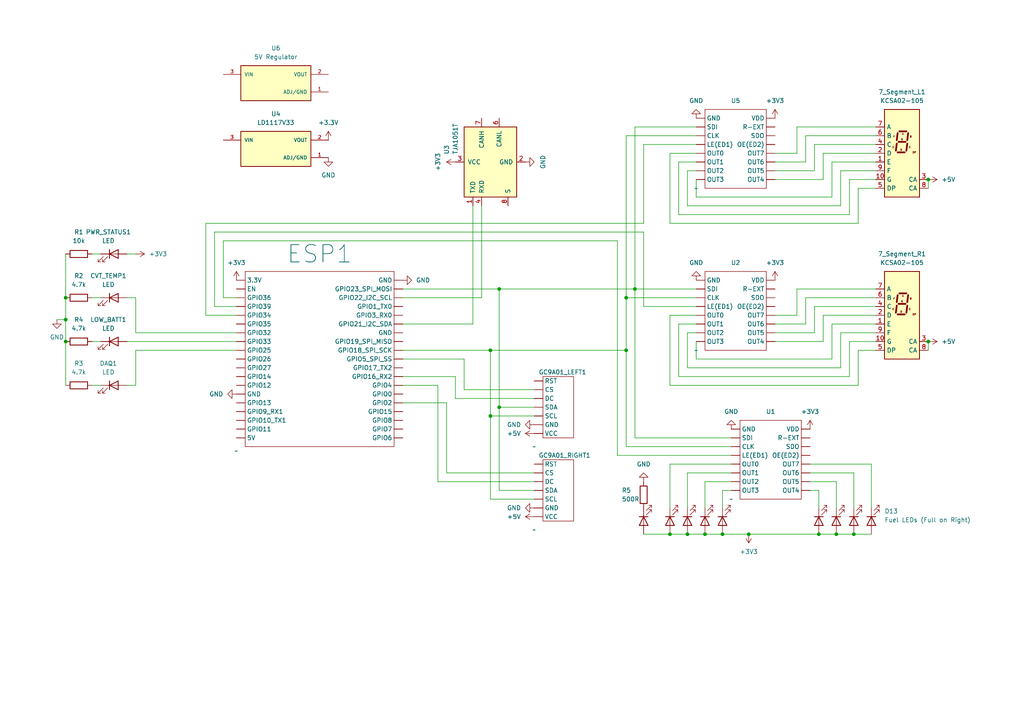
<source format=kicad_sch>
(kicad_sch (version 20230121) (generator eeschema)

  (uuid 6800501d-eda8-40f6-bc84-fbafa8cf2813)

  (paper "A4")

  (lib_symbols
    (symbol "1_my_custom_symbol_library:GC9A01_Display" (in_bom yes) (on_board yes)
      (property "Reference" "GC9A01" (at 0 0 0)
        (effects (font (size 1.27 1.27)))
      )
      (property "Value" "" (at 0 0 0)
        (effects (font (size 1.27 1.27)))
      )
      (property "Footprint" "" (at 0 0 0)
        (effects (font (size 1.27 1.27)) hide)
      )
      (property "Datasheet" "" (at 0 0 0)
        (effects (font (size 1.27 1.27)) hide)
      )
      (symbol "GC9A01_Display_0_1"
        (rectangle (start 2.54 20.32) (end 11.43 2.54)
          (stroke (width 0) (type default))
          (fill (type none))
        )
      )
      (symbol "GC9A01_Display_1_1"
        (pin input line (at 0 16.51 0) (length 2.54)
          (name "CS" (effects (font (size 1.27 1.27))))
          (number "" (effects (font (size 1.27 1.27))))
        )
        (pin power_in line (at 0 13.97 0) (length 2.54)
          (name "DC" (effects (font (size 1.27 1.27))))
          (number "" (effects (font (size 1.27 1.27))))
        )
        (pin power_in line (at 0 6.35 0) (length 2.54)
          (name "GND" (effects (font (size 1.27 1.27))))
          (number "" (effects (font (size 1.27 1.27))))
        )
        (pin input line (at 0 19.05 0) (length 2.54)
          (name "RST" (effects (font (size 1.27 1.27))))
          (number "" (effects (font (size 1.27 1.27))))
        )
        (pin input line (at 0 8.89 0) (length 2.54)
          (name "SCL" (effects (font (size 1.27 1.27))))
          (number "" (effects (font (size 1.27 1.27))))
        )
        (pin input line (at 0 11.43 0) (length 2.54)
          (name "SDA" (effects (font (size 1.27 1.27))))
          (number "" (effects (font (size 1.27 1.27))))
        )
        (pin power_in line (at 0 3.81 0) (length 2.54)
          (name "VCC" (effects (font (size 1.27 1.27))))
          (number "" (effects (font (size 1.27 1.27))))
        )
      )
    )
    (symbol "1_my_custom_symbol_library:NodeMCU_ESP32S_Board" (in_bom yes) (on_board yes)
      (property "Reference" "ESP32" (at 24.13 25.4 90)
        (effects (font (size 5 5)))
      )
      (property "Value" "" (at 0 0 0)
        (effects (font (size 1.27 1.27)))
      )
      (property "Footprint" "" (at 0 0 0)
        (effects (font (size 1.27 1.27)) hide)
      )
      (property "Datasheet" "" (at 0 0 0)
        (effects (font (size 1.27 1.27)) hide)
      )
      (symbol "NodeMCU_ESP32S_Board_1_1"
        (rectangle (start 2.54 52.07) (end 45.72 1.27)
          (stroke (width 0) (type default))
          (fill (type none))
        )
        (pin power_in line (at 0 49.53 0) (length 2.54)
          (name "3.3V" (effects (font (size 1.27 1.27))))
          (number "" (effects (font (size 1.27 1.27))))
        )
        (pin power_in line (at 0 3.81 0) (length 2.54)
          (name "5V" (effects (font (size 1.27 1.27))))
          (number "" (effects (font (size 1.27 1.27))))
        )
        (pin bidirectional line (at 0 46.99 0) (length 2.54)
          (name "EN" (effects (font (size 1.27 1.27))))
          (number "" (effects (font (size 1.27 1.27))))
        )
        (pin power_in line (at 0 16.51 0) (length 2.54)
          (name "GND" (effects (font (size 1.27 1.27))))
          (number "" (effects (font (size 1.27 1.27))))
        )
        (pin power_in line (at 48.26 34.29 180) (length 2.54)
          (name "GND" (effects (font (size 1.27 1.27))))
          (number "" (effects (font (size 1.27 1.27))))
        )
        (pin power_in line (at 48.26 49.53 180) (length 2.54)
          (name "GND" (effects (font (size 1.27 1.27))))
          (number "" (effects (font (size 1.27 1.27))))
        )
        (pin bidirectional line (at 48.26 16.51 180) (length 2.54)
          (name "GPIO0" (effects (font (size 1.27 1.27))))
          (number "" (effects (font (size 1.27 1.27))))
        )
        (pin bidirectional line (at 0 8.89 0) (length 2.54)
          (name "GPIO10_TX1" (effects (font (size 1.27 1.27))))
          (number "" (effects (font (size 1.27 1.27))))
        )
        (pin bidirectional line (at 0 6.35 0) (length 2.54)
          (name "GPIO11" (effects (font (size 1.27 1.27))))
          (number "" (effects (font (size 1.27 1.27))))
        )
        (pin bidirectional line (at 0 19.05 0) (length 2.54)
          (name "GPIO12" (effects (font (size 1.27 1.27))))
          (number "" (effects (font (size 1.27 1.27))))
        )
        (pin bidirectional line (at 0 13.97 0) (length 2.54)
          (name "GPIO13" (effects (font (size 1.27 1.27))))
          (number "" (effects (font (size 1.27 1.27))))
        )
        (pin bidirectional line (at 0 21.59 0) (length 2.54)
          (name "GPIO14" (effects (font (size 1.27 1.27))))
          (number "" (effects (font (size 1.27 1.27))))
        )
        (pin bidirectional line (at 48.26 11.43 180) (length 2.54)
          (name "GPIO15" (effects (font (size 1.27 1.27))))
          (number "" (effects (font (size 1.27 1.27))))
        )
        (pin bidirectional line (at 48.26 21.59 180) (length 2.54)
          (name "GPIO16_RX2" (effects (font (size 1.27 1.27))))
          (number "" (effects (font (size 1.27 1.27))))
        )
        (pin bidirectional line (at 48.26 24.13 180) (length 2.54)
          (name "GPIO17_TX2" (effects (font (size 1.27 1.27))))
          (number "" (effects (font (size 1.27 1.27))))
        )
        (pin bidirectional line (at 48.26 29.21 180) (length 2.54)
          (name "GPIO18_SPI_SCK" (effects (font (size 1.27 1.27))))
          (number "" (effects (font (size 1.27 1.27))))
        )
        (pin bidirectional line (at 48.26 31.75 180) (length 2.54)
          (name "GPIO19_SPI_MISO" (effects (font (size 1.27 1.27))))
          (number "" (effects (font (size 1.27 1.27))))
        )
        (pin bidirectional line (at 48.26 41.91 180) (length 2.54)
          (name "GPIO1_TX0" (effects (font (size 1.27 1.27))))
          (number "" (effects (font (size 1.27 1.27))))
        )
        (pin bidirectional line (at 48.26 13.97 180) (length 2.54)
          (name "GPIO2" (effects (font (size 1.27 1.27))))
          (number "" (effects (font (size 1.27 1.27))))
        )
        (pin bidirectional line (at 48.26 36.83 180) (length 2.54)
          (name "GPIO21_I2C_SDA" (effects (font (size 1.27 1.27))))
          (number "" (effects (font (size 1.27 1.27))))
        )
        (pin bidirectional line (at 48.26 44.45 180) (length 2.54)
          (name "GPIO22_I2C_SCL" (effects (font (size 1.27 1.27))))
          (number "" (effects (font (size 1.27 1.27))))
        )
        (pin bidirectional line (at 48.26 46.99 180) (length 2.54)
          (name "GPIO23_SPI_MOSI" (effects (font (size 1.27 1.27))))
          (number "" (effects (font (size 1.27 1.27))))
        )
        (pin bidirectional line (at 0 29.21 0) (length 2.54)
          (name "GPIO25" (effects (font (size 1.27 1.27))))
          (number "" (effects (font (size 1.27 1.27))))
        )
        (pin bidirectional line (at 0 26.67 0) (length 2.54)
          (name "GPIO26" (effects (font (size 1.27 1.27))))
          (number "" (effects (font (size 1.27 1.27))))
        )
        (pin bidirectional line (at 0 24.13 0) (length 2.54)
          (name "GPIO27" (effects (font (size 1.27 1.27))))
          (number "" (effects (font (size 1.27 1.27))))
        )
        (pin bidirectional line (at 0 34.29 0) (length 2.54)
          (name "GPIO32" (effects (font (size 1.27 1.27))))
          (number "" (effects (font (size 1.27 1.27))))
        )
        (pin bidirectional line (at 0 31.75 0) (length 2.54)
          (name "GPIO33" (effects (font (size 1.27 1.27))))
          (number "" (effects (font (size 1.27 1.27))))
        )
        (pin bidirectional line (at 0 39.37 0) (length 2.54)
          (name "GPIO34" (effects (font (size 1.27 1.27))))
          (number "" (effects (font (size 1.27 1.27))))
        )
        (pin bidirectional line (at 0 36.83 0) (length 2.54)
          (name "GPIO35" (effects (font (size 1.27 1.27))))
          (number "" (effects (font (size 1.27 1.27))))
        )
        (pin bidirectional line (at 0 44.45 0) (length 2.54)
          (name "GPIO36" (effects (font (size 1.27 1.27))))
          (number "" (effects (font (size 1.27 1.27))))
        )
        (pin bidirectional line (at 0 41.91 0) (length 2.54)
          (name "GPIO39" (effects (font (size 1.27 1.27))))
          (number "" (effects (font (size 1.27 1.27))))
        )
        (pin bidirectional line (at 48.26 39.37 180) (length 2.54)
          (name "GPIO3_RX0" (effects (font (size 1.27 1.27))))
          (number "" (effects (font (size 1.27 1.27))))
        )
        (pin bidirectional line (at 48.26 19.05 180) (length 2.54)
          (name "GPIO4" (effects (font (size 1.27 1.27))))
          (number "" (effects (font (size 1.27 1.27))))
        )
        (pin bidirectional line (at 48.26 26.67 180) (length 2.54)
          (name "GPIO5_SPI_SS" (effects (font (size 1.27 1.27))))
          (number "" (effects (font (size 1.27 1.27))))
        )
        (pin bidirectional line (at 48.26 3.81 180) (length 2.54)
          (name "GPIO6" (effects (font (size 1.27 1.27))))
          (number "" (effects (font (size 1.27 1.27))))
        )
        (pin bidirectional line (at 48.26 6.35 180) (length 2.54)
          (name "GPIO7" (effects (font (size 1.27 1.27))))
          (number "" (effects (font (size 1.27 1.27))))
        )
        (pin bidirectional line (at 48.26 8.89 180) (length 2.54)
          (name "GPIO8" (effects (font (size 1.27 1.27))))
          (number "" (effects (font (size 1.27 1.27))))
        )
        (pin bidirectional line (at 0 11.43 0) (length 2.54)
          (name "GPIO9_RX1" (effects (font (size 1.27 1.27))))
          (number "" (effects (font (size 1.27 1.27))))
        )
      )
    )
    (symbol "1_my_custom_symbol_library:TLC5917" (in_bom yes) (on_board yes)
      (property "Reference" "U" (at 0 0 0)
        (effects (font (size 1.27 1.27)))
      )
      (property "Value" "" (at 0 0 0)
        (effects (font (size 1.27 1.27)))
      )
      (property "Footprint" "" (at 0 0 0)
        (effects (font (size 1.27 1.27)) hide)
      )
      (property "Datasheet" "" (at 0 0 0)
        (effects (font (size 1.27 1.27)) hide)
      )
      (symbol "TLC5917_0_1"
        (rectangle (start 2.54 22.86) (end 20.32 0)
          (stroke (width 0) (type default))
          (fill (type none))
        )
      )
      (symbol "TLC5917_1_1"
        (pin input line (at 0 15.24 0) (length 2.54)
          (name "CLK" (effects (font (size 1.27 1.27))))
          (number "" (effects (font (size 1.27 1.27))))
        )
        (pin power_in line (at 0 20.32 0) (length 2.54)
          (name "GND" (effects (font (size 1.27 1.27))))
          (number "" (effects (font (size 1.27 1.27))))
        )
        (pin input line (at 0 12.7 0) (length 2.54)
          (name "LE(ED1)" (effects (font (size 1.27 1.27))))
          (number "" (effects (font (size 1.27 1.27))))
        )
        (pin input line (at 22.86 12.7 180) (length 2.54)
          (name "OE(ED2)" (effects (font (size 1.27 1.27))))
          (number "" (effects (font (size 1.27 1.27))))
        )
        (pin output line (at 0 10.16 0) (length 2.54)
          (name "OUT0" (effects (font (size 1.27 1.27))))
          (number "" (effects (font (size 1.27 1.27))))
        )
        (pin output line (at 0 7.62 0) (length 2.54)
          (name "OUT1" (effects (font (size 1.27 1.27))))
          (number "" (effects (font (size 1.27 1.27))))
        )
        (pin output line (at 0 5.08 0) (length 2.54)
          (name "OUT2" (effects (font (size 1.27 1.27))))
          (number "" (effects (font (size 1.27 1.27))))
        )
        (pin output line (at 0 2.54 0) (length 2.54)
          (name "OUT3" (effects (font (size 1.27 1.27))))
          (number "" (effects (font (size 1.27 1.27))))
        )
        (pin output line (at 22.86 2.54 180) (length 2.54)
          (name "OUT4" (effects (font (size 1.27 1.27))))
          (number "" (effects (font (size 1.27 1.27))))
        )
        (pin output line (at 22.86 5.08 180) (length 2.54)
          (name "OUT5" (effects (font (size 1.27 1.27))))
          (number "" (effects (font (size 1.27 1.27))))
        )
        (pin output line (at 22.86 7.62 180) (length 2.54)
          (name "OUT6" (effects (font (size 1.27 1.27))))
          (number "" (effects (font (size 1.27 1.27))))
        )
        (pin output line (at 22.86 10.16 180) (length 2.54)
          (name "OUT7" (effects (font (size 1.27 1.27))))
          (number "" (effects (font (size 1.27 1.27))))
        )
        (pin input line (at 22.86 17.78 180) (length 2.54)
          (name "R-EXT" (effects (font (size 1.27 1.27))))
          (number "" (effects (font (size 1.27 1.27))))
        )
        (pin input line (at 0 17.78 0) (length 2.54)
          (name "SDI" (effects (font (size 1.27 1.27))))
          (number "" (effects (font (size 1.27 1.27))))
        )
        (pin output line (at 22.86 15.24 180) (length 2.54)
          (name "SDO" (effects (font (size 1.27 1.27))))
          (number "" (effects (font (size 1.27 1.27))))
        )
        (pin power_in line (at 22.86 20.32 180) (length 2.54)
          (name "VDD" (effects (font (size 1.27 1.27))))
          (number "" (effects (font (size 1.27 1.27))))
        )
      )
    )
    (symbol "Device:LED" (pin_numbers hide) (pin_names (offset 1.016) hide) (in_bom yes) (on_board yes)
      (property "Reference" "D" (at 0 2.54 0)
        (effects (font (size 1.27 1.27)))
      )
      (property "Value" "LED" (at 0 -2.54 0)
        (effects (font (size 1.27 1.27)))
      )
      (property "Footprint" "" (at 0 0 0)
        (effects (font (size 1.27 1.27)) hide)
      )
      (property "Datasheet" "~" (at 0 0 0)
        (effects (font (size 1.27 1.27)) hide)
      )
      (property "ki_keywords" "LED diode" (at 0 0 0)
        (effects (font (size 1.27 1.27)) hide)
      )
      (property "ki_description" "Light emitting diode" (at 0 0 0)
        (effects (font (size 1.27 1.27)) hide)
      )
      (property "ki_fp_filters" "LED* LED_SMD:* LED_THT:*" (at 0 0 0)
        (effects (font (size 1.27 1.27)) hide)
      )
      (symbol "LED_0_1"
        (polyline
          (pts
            (xy -1.27 -1.27)
            (xy -1.27 1.27)
          )
          (stroke (width 0.254) (type default))
          (fill (type none))
        )
        (polyline
          (pts
            (xy -1.27 0)
            (xy 1.27 0)
          )
          (stroke (width 0) (type default))
          (fill (type none))
        )
        (polyline
          (pts
            (xy 1.27 -1.27)
            (xy 1.27 1.27)
            (xy -1.27 0)
            (xy 1.27 -1.27)
          )
          (stroke (width 0.254) (type default))
          (fill (type none))
        )
        (polyline
          (pts
            (xy -3.048 -0.762)
            (xy -4.572 -2.286)
            (xy -3.81 -2.286)
            (xy -4.572 -2.286)
            (xy -4.572 -1.524)
          )
          (stroke (width 0) (type default))
          (fill (type none))
        )
        (polyline
          (pts
            (xy -1.778 -0.762)
            (xy -3.302 -2.286)
            (xy -2.54 -2.286)
            (xy -3.302 -2.286)
            (xy -3.302 -1.524)
          )
          (stroke (width 0) (type default))
          (fill (type none))
        )
      )
      (symbol "LED_1_1"
        (pin passive line (at -3.81 0 0) (length 2.54)
          (name "K" (effects (font (size 1.27 1.27))))
          (number "1" (effects (font (size 1.27 1.27))))
        )
        (pin passive line (at 3.81 0 180) (length 2.54)
          (name "A" (effects (font (size 1.27 1.27))))
          (number "2" (effects (font (size 1.27 1.27))))
        )
      )
    )
    (symbol "Device:R" (pin_numbers hide) (pin_names (offset 0)) (in_bom yes) (on_board yes)
      (property "Reference" "R" (at 2.032 0 90)
        (effects (font (size 1.27 1.27)))
      )
      (property "Value" "R" (at 0 0 90)
        (effects (font (size 1.27 1.27)))
      )
      (property "Footprint" "" (at -1.778 0 90)
        (effects (font (size 1.27 1.27)) hide)
      )
      (property "Datasheet" "~" (at 0 0 0)
        (effects (font (size 1.27 1.27)) hide)
      )
      (property "ki_keywords" "R res resistor" (at 0 0 0)
        (effects (font (size 1.27 1.27)) hide)
      )
      (property "ki_description" "Resistor" (at 0 0 0)
        (effects (font (size 1.27 1.27)) hide)
      )
      (property "ki_fp_filters" "R_*" (at 0 0 0)
        (effects (font (size 1.27 1.27)) hide)
      )
      (symbol "R_0_1"
        (rectangle (start -1.016 -2.54) (end 1.016 2.54)
          (stroke (width 0.254) (type default))
          (fill (type none))
        )
      )
      (symbol "R_1_1"
        (pin passive line (at 0 3.81 270) (length 1.27)
          (name "~" (effects (font (size 1.27 1.27))))
          (number "1" (effects (font (size 1.27 1.27))))
        )
        (pin passive line (at 0 -3.81 90) (length 1.27)
          (name "~" (effects (font (size 1.27 1.27))))
          (number "2" (effects (font (size 1.27 1.27))))
        )
      )
    )
    (symbol "Display_Character:KCSA02-105" (pin_names (offset 0.635)) (in_bom yes) (on_board yes)
      (property "Reference" "U" (at -2.54 13.97 0)
        (effects (font (size 1.27 1.27)) (justify right))
      )
      (property "Value" "KCSA02-105" (at 1.27 13.97 0)
        (effects (font (size 1.27 1.27)) (justify left))
      )
      (property "Footprint" "Display_7Segment:KCSC02-105" (at 0 -15.24 0)
        (effects (font (size 1.27 1.27)) hide)
      )
      (property "Datasheet" "http://www.kingbright.com/attachments/file/psearch/000/00/00/KCSA02-105(Ver.10A).pdf" (at -12.7 12.065 0)
        (effects (font (size 1.27 1.27)) (justify left) hide)
      )
      (property "ki_keywords" "display LED 7-segment" (at 0 0 0)
        (effects (font (size 1.27 1.27)) hide)
      )
      (property "ki_description" "One digit 7 segment hyper red LED, common anode" (at 0 0 0)
        (effects (font (size 1.27 1.27)) hide)
      )
      (property "ki_fp_filters" "*KCSC02*105*" (at 0 0 0)
        (effects (font (size 1.27 1.27)) hide)
      )
      (symbol "KCSA02-105_0_0"
        (text "A" (at 0.254 5.588 0)
          (effects (font (size 0.508 0.508)))
        )
        (text "B" (at 2.54 4.826 0)
          (effects (font (size 0.508 0.508)))
        )
        (text "C" (at 2.286 1.778 0)
          (effects (font (size 0.508 0.508)))
        )
        (text "D" (at -0.254 1.016 0)
          (effects (font (size 0.508 0.508)))
        )
        (text "DP" (at 3.556 0.254 0)
          (effects (font (size 0.508 0.508)))
        )
        (text "E" (at -2.54 1.778 0)
          (effects (font (size 0.508 0.508)))
        )
        (text "F" (at -2.286 4.826 0)
          (effects (font (size 0.508 0.508)))
        )
        (text "G" (at 0 4.064 0)
          (effects (font (size 0.508 0.508)))
        )
      )
      (symbol "KCSA02-105_0_1"
        (rectangle (start -5.08 12.7) (end 5.08 -12.7)
          (stroke (width 0.254) (type default))
          (fill (type background))
        )
        (polyline
          (pts
            (xy -1.524 2.794)
            (xy -1.778 0.762)
          )
          (stroke (width 0.508) (type default))
          (fill (type none))
        )
        (polyline
          (pts
            (xy -1.27 0.254)
            (xy 0.762 0.254)
          )
          (stroke (width 0.508) (type default))
          (fill (type none))
        )
        (polyline
          (pts
            (xy -1.27 5.842)
            (xy -1.524 3.81)
          )
          (stroke (width 0.508) (type default))
          (fill (type none))
        )
        (polyline
          (pts
            (xy -1.016 3.302)
            (xy 1.016 3.302)
          )
          (stroke (width 0.508) (type default))
          (fill (type none))
        )
        (polyline
          (pts
            (xy -0.762 6.35)
            (xy 1.27 6.35)
          )
          (stroke (width 0.508) (type default))
          (fill (type none))
        )
        (polyline
          (pts
            (xy 1.524 2.794)
            (xy 1.27 0.762)
          )
          (stroke (width 0.508) (type default))
          (fill (type none))
        )
        (polyline
          (pts
            (xy 1.778 5.842)
            (xy 1.524 3.81)
          )
          (stroke (width 0.508) (type default))
          (fill (type none))
        )
        (polyline
          (pts
            (xy 2.54 0.254)
            (xy 2.54 0.254)
          )
          (stroke (width 0.508) (type default))
          (fill (type none))
        )
      )
      (symbol "KCSA02-105_1_1"
        (pin input line (at -7.62 -2.54 0) (length 2.54)
          (name "E" (effects (font (size 1.27 1.27))))
          (number "1" (effects (font (size 1.27 1.27))))
        )
        (pin input line (at -7.62 -7.62 0) (length 2.54)
          (name "G" (effects (font (size 1.27 1.27))))
          (number "10" (effects (font (size 1.27 1.27))))
        )
        (pin input line (at -7.62 0 0) (length 2.54)
          (name "D" (effects (font (size 1.27 1.27))))
          (number "2" (effects (font (size 1.27 1.27))))
        )
        (pin input line (at 7.62 -7.62 180) (length 2.54)
          (name "CA" (effects (font (size 1.27 1.27))))
          (number "3" (effects (font (size 1.27 1.27))))
        )
        (pin input line (at -7.62 2.54 0) (length 2.54)
          (name "C" (effects (font (size 1.27 1.27))))
          (number "4" (effects (font (size 1.27 1.27))))
        )
        (pin input line (at -7.62 -10.16 0) (length 2.54)
          (name "DP" (effects (font (size 1.27 1.27))))
          (number "5" (effects (font (size 1.27 1.27))))
        )
        (pin input line (at -7.62 5.08 0) (length 2.54)
          (name "B" (effects (font (size 1.27 1.27))))
          (number "6" (effects (font (size 1.27 1.27))))
        )
        (pin input line (at -7.62 7.62 0) (length 2.54)
          (name "A" (effects (font (size 1.27 1.27))))
          (number "7" (effects (font (size 1.27 1.27))))
        )
        (pin input line (at 7.62 -10.16 180) (length 2.54)
          (name "CA" (effects (font (size 1.27 1.27))))
          (number "8" (effects (font (size 1.27 1.27))))
        )
        (pin input line (at -7.62 -5.08 0) (length 2.54)
          (name "F" (effects (font (size 1.27 1.27))))
          (number "9" (effects (font (size 1.27 1.27))))
        )
      )
    )
    (symbol "Interface_CAN_LIN:TJA1051T" (pin_names (offset 1.016)) (in_bom yes) (on_board yes)
      (property "Reference" "U" (at -10.16 8.89 0)
        (effects (font (size 1.27 1.27)) (justify left))
      )
      (property "Value" "TJA1051T" (at 1.27 8.89 0)
        (effects (font (size 1.27 1.27)) (justify left))
      )
      (property "Footprint" "Package_SO:SOIC-8_3.9x4.9mm_P1.27mm" (at 0 -12.7 0)
        (effects (font (size 1.27 1.27) italic) hide)
      )
      (property "Datasheet" "http://www.nxp.com/docs/en/data-sheet/TJA1051.pdf" (at 0 0 0)
        (effects (font (size 1.27 1.27)) hide)
      )
      (property "ki_keywords" "High-Speed CAN Transceiver" (at 0 0 0)
        (effects (font (size 1.27 1.27)) hide)
      )
      (property "ki_description" "High-Speed CAN Transceiver, silent mode, SOIC-8" (at 0 0 0)
        (effects (font (size 1.27 1.27)) hide)
      )
      (property "ki_fp_filters" "SOIC*3.9x4.9mm*P1.27mm*" (at 0 0 0)
        (effects (font (size 1.27 1.27)) hide)
      )
      (symbol "TJA1051T_0_1"
        (rectangle (start -10.16 7.62) (end 10.16 -7.62)
          (stroke (width 0.254) (type default))
          (fill (type background))
        )
      )
      (symbol "TJA1051T_1_1"
        (pin input line (at -12.7 5.08 0) (length 2.54)
          (name "TXD" (effects (font (size 1.27 1.27))))
          (number "1" (effects (font (size 1.27 1.27))))
        )
        (pin power_in line (at 0 -10.16 90) (length 2.54)
          (name "GND" (effects (font (size 1.27 1.27))))
          (number "2" (effects (font (size 1.27 1.27))))
        )
        (pin power_in line (at 0 10.16 270) (length 2.54)
          (name "VCC" (effects (font (size 1.27 1.27))))
          (number "3" (effects (font (size 1.27 1.27))))
        )
        (pin output line (at -12.7 2.54 0) (length 2.54)
          (name "RXD" (effects (font (size 1.27 1.27))))
          (number "4" (effects (font (size 1.27 1.27))))
        )
        (pin no_connect line (at -10.16 -2.54 0) (length 2.54) hide
          (name "NC" (effects (font (size 1.27 1.27))))
          (number "5" (effects (font (size 1.27 1.27))))
        )
        (pin bidirectional line (at 12.7 -2.54 180) (length 2.54)
          (name "CANL" (effects (font (size 1.27 1.27))))
          (number "6" (effects (font (size 1.27 1.27))))
        )
        (pin bidirectional line (at 12.7 2.54 180) (length 2.54)
          (name "CANH" (effects (font (size 1.27 1.27))))
          (number "7" (effects (font (size 1.27 1.27))))
        )
        (pin input line (at -12.7 -5.08 0) (length 2.54)
          (name "S" (effects (font (size 1.27 1.27))))
          (number "8" (effects (font (size 1.27 1.27))))
        )
      )
    )
    (symbol "LD1117V33:LD1117V33" (pin_names (offset 1.016)) (in_bom yes) (on_board yes)
      (property "Reference" "U" (at -10.16 5.842 0)
        (effects (font (size 1.27 1.27)) (justify left bottom))
      )
      (property "Value" "LD1117V33" (at -10.16 -7.62 0)
        (effects (font (size 1.27 1.27)) (justify left bottom))
      )
      (property "Footprint" "LD1117V33:TO255P1020X450X1968-3" (at 0 0 0)
        (effects (font (size 1.27 1.27)) (justify bottom) hide)
      )
      (property "Datasheet" "" (at 0 0 0)
        (effects (font (size 1.27 1.27)) hide)
      )
      (property "MF" "STMicroelectronics" (at 0 0 0)
        (effects (font (size 1.27 1.27)) (justify bottom) hide)
      )
      (property "MAXIMUM_PACKAGE_HEIGHT" "19.68mm" (at 0 0 0)
        (effects (font (size 1.27 1.27)) (justify bottom) hide)
      )
      (property "Package" "TO-220-3 STMicroelectronics" (at 0 0 0)
        (effects (font (size 1.27 1.27)) (justify bottom) hide)
      )
      (property "Price" "None" (at 0 0 0)
        (effects (font (size 1.27 1.27)) (justify bottom) hide)
      )
      (property "Check_prices" "https://www.snapeda.com/parts/LD1117V33/STMicroelectronics/view-part/?ref=eda" (at 0 0 0)
        (effects (font (size 1.27 1.27)) (justify bottom) hide)
      )
      (property "STANDARD" "IPC-7351B" (at 0 0 0)
        (effects (font (size 1.27 1.27)) (justify bottom) hide)
      )
      (property "PARTREV" "37" (at 0 0 0)
        (effects (font (size 1.27 1.27)) (justify bottom) hide)
      )
      (property "SnapEDA_Link" "https://www.snapeda.com/parts/LD1117V33/STMicroelectronics/view-part/?ref=snap" (at 0 0 0)
        (effects (font (size 1.27 1.27)) (justify bottom) hide)
      )
      (property "MP" "LD1117V33" (at 0 0 0)
        (effects (font (size 1.27 1.27)) (justify bottom) hide)
      )
      (property "Purchase-URL" "https://www.snapeda.com/api/url_track_click_mouser/?unipart_id=51339&manufacturer=STMicroelectronics&part_name=LD1117V33&search_term=None" (at 0 0 0)
        (effects (font (size 1.27 1.27)) (justify bottom) hide)
      )
      (property "Description" "\nLinear Voltage Regulator IC Positive Fixed 1 Output 800mA TO-220AB\n" (at 0 0 0)
        (effects (font (size 1.27 1.27)) (justify bottom) hide)
      )
      (property "Availability" "In Stock" (at 0 0 0)
        (effects (font (size 1.27 1.27)) (justify bottom) hide)
      )
      (property "MANUFACTURER" "ST Microelectronics" (at 0 0 0)
        (effects (font (size 1.27 1.27)) (justify bottom) hide)
      )
      (symbol "LD1117V33_0_0"
        (rectangle (start -10.16 -5.08) (end 10.16 5.08)
          (stroke (width 0.254) (type default))
          (fill (type background))
        )
        (pin passive line (at 15.24 -2.54 180) (length 5.08)
          (name "ADJ/GND" (effects (font (size 1.016 1.016))))
          (number "1" (effects (font (size 1.016 1.016))))
        )
        (pin output line (at 15.24 2.54 180) (length 5.08)
          (name "VOUT" (effects (font (size 1.016 1.016))))
          (number "2" (effects (font (size 1.016 1.016))))
        )
        (pin input line (at -15.24 2.54 0) (length 5.08)
          (name "VIN" (effects (font (size 1.016 1.016))))
          (number "3" (effects (font (size 1.016 1.016))))
        )
      )
    )
    (symbol "power:+3.3V" (power) (pin_names (offset 0)) (in_bom yes) (on_board yes)
      (property "Reference" "#PWR" (at 0 -3.81 0)
        (effects (font (size 1.27 1.27)) hide)
      )
      (property "Value" "+3.3V" (at 0 3.556 0)
        (effects (font (size 1.27 1.27)))
      )
      (property "Footprint" "" (at 0 0 0)
        (effects (font (size 1.27 1.27)) hide)
      )
      (property "Datasheet" "" (at 0 0 0)
        (effects (font (size 1.27 1.27)) hide)
      )
      (property "ki_keywords" "global power" (at 0 0 0)
        (effects (font (size 1.27 1.27)) hide)
      )
      (property "ki_description" "Power symbol creates a global label with name \"+3.3V\"" (at 0 0 0)
        (effects (font (size 1.27 1.27)) hide)
      )
      (symbol "+3.3V_0_1"
        (polyline
          (pts
            (xy -0.762 1.27)
            (xy 0 2.54)
          )
          (stroke (width 0) (type default))
          (fill (type none))
        )
        (polyline
          (pts
            (xy 0 0)
            (xy 0 2.54)
          )
          (stroke (width 0) (type default))
          (fill (type none))
        )
        (polyline
          (pts
            (xy 0 2.54)
            (xy 0.762 1.27)
          )
          (stroke (width 0) (type default))
          (fill (type none))
        )
      )
      (symbol "+3.3V_1_1"
        (pin power_in line (at 0 0 90) (length 0) hide
          (name "+3.3V" (effects (font (size 1.27 1.27))))
          (number "1" (effects (font (size 1.27 1.27))))
        )
      )
    )
    (symbol "power:+3V3" (power) (pin_names (offset 0)) (in_bom yes) (on_board yes)
      (property "Reference" "#PWR" (at 0 -3.81 0)
        (effects (font (size 1.27 1.27)) hide)
      )
      (property "Value" "+3V3" (at 0 3.556 0)
        (effects (font (size 1.27 1.27)))
      )
      (property "Footprint" "" (at 0 0 0)
        (effects (font (size 1.27 1.27)) hide)
      )
      (property "Datasheet" "" (at 0 0 0)
        (effects (font (size 1.27 1.27)) hide)
      )
      (property "ki_keywords" "global power" (at 0 0 0)
        (effects (font (size 1.27 1.27)) hide)
      )
      (property "ki_description" "Power symbol creates a global label with name \"+3V3\"" (at 0 0 0)
        (effects (font (size 1.27 1.27)) hide)
      )
      (symbol "+3V3_0_1"
        (polyline
          (pts
            (xy -0.762 1.27)
            (xy 0 2.54)
          )
          (stroke (width 0) (type default))
          (fill (type none))
        )
        (polyline
          (pts
            (xy 0 0)
            (xy 0 2.54)
          )
          (stroke (width 0) (type default))
          (fill (type none))
        )
        (polyline
          (pts
            (xy 0 2.54)
            (xy 0.762 1.27)
          )
          (stroke (width 0) (type default))
          (fill (type none))
        )
      )
      (symbol "+3V3_1_1"
        (pin power_in line (at 0 0 90) (length 0) hide
          (name "+3V3" (effects (font (size 1.27 1.27))))
          (number "1" (effects (font (size 1.27 1.27))))
        )
      )
    )
    (symbol "power:+5V" (power) (pin_names (offset 0)) (in_bom yes) (on_board yes)
      (property "Reference" "#PWR" (at 0 -3.81 0)
        (effects (font (size 1.27 1.27)) hide)
      )
      (property "Value" "+5V" (at 0 3.556 0)
        (effects (font (size 1.27 1.27)))
      )
      (property "Footprint" "" (at 0 0 0)
        (effects (font (size 1.27 1.27)) hide)
      )
      (property "Datasheet" "" (at 0 0 0)
        (effects (font (size 1.27 1.27)) hide)
      )
      (property "ki_keywords" "global power" (at 0 0 0)
        (effects (font (size 1.27 1.27)) hide)
      )
      (property "ki_description" "Power symbol creates a global label with name \"+5V\"" (at 0 0 0)
        (effects (font (size 1.27 1.27)) hide)
      )
      (symbol "+5V_0_1"
        (polyline
          (pts
            (xy -0.762 1.27)
            (xy 0 2.54)
          )
          (stroke (width 0) (type default))
          (fill (type none))
        )
        (polyline
          (pts
            (xy 0 0)
            (xy 0 2.54)
          )
          (stroke (width 0) (type default))
          (fill (type none))
        )
        (polyline
          (pts
            (xy 0 2.54)
            (xy 0.762 1.27)
          )
          (stroke (width 0) (type default))
          (fill (type none))
        )
      )
      (symbol "+5V_1_1"
        (pin power_in line (at 0 0 90) (length 0) hide
          (name "+5V" (effects (font (size 1.27 1.27))))
          (number "1" (effects (font (size 1.27 1.27))))
        )
      )
    )
    (symbol "power:GND" (power) (pin_names (offset 0)) (in_bom yes) (on_board yes)
      (property "Reference" "#PWR" (at 0 -6.35 0)
        (effects (font (size 1.27 1.27)) hide)
      )
      (property "Value" "GND" (at 0 -3.81 0)
        (effects (font (size 1.27 1.27)))
      )
      (property "Footprint" "" (at 0 0 0)
        (effects (font (size 1.27 1.27)) hide)
      )
      (property "Datasheet" "" (at 0 0 0)
        (effects (font (size 1.27 1.27)) hide)
      )
      (property "ki_keywords" "global power" (at 0 0 0)
        (effects (font (size 1.27 1.27)) hide)
      )
      (property "ki_description" "Power symbol creates a global label with name \"GND\" , ground" (at 0 0 0)
        (effects (font (size 1.27 1.27)) hide)
      )
      (symbol "GND_0_1"
        (polyline
          (pts
            (xy 0 0)
            (xy 0 -1.27)
            (xy 1.27 -1.27)
            (xy 0 -2.54)
            (xy -1.27 -1.27)
            (xy 0 -1.27)
          )
          (stroke (width 0) (type default))
          (fill (type none))
        )
      )
      (symbol "GND_1_1"
        (pin power_in line (at 0 0 270) (length 0) hide
          (name "GND" (effects (font (size 1.27 1.27))))
          (number "1" (effects (font (size 1.27 1.27))))
        )
      )
    )
  )

  (junction (at 19.05 99.06) (diameter 0) (color 0 0 0 0)
    (uuid 0f8ba37c-f8c8-4d24-bad6-79e22afb00d3)
  )
  (junction (at 142.24 101.6) (diameter 0) (color 0 0 0 0)
    (uuid 1c93e946-6c70-4f85-b2c1-718e1acedf0f)
  )
  (junction (at 181.61 101.6) (diameter 0) (color 0 0 0 0)
    (uuid 2a0a72e0-8aaa-4908-8da9-a855784327af)
  )
  (junction (at 144.78 118.11) (diameter 0) (color 0 0 0 0)
    (uuid 2b866018-25c0-4be8-aae4-9e8d2e4fcedd)
  )
  (junction (at 184.15 83.82) (diameter 0) (color 0 0 0 0)
    (uuid 34a798d6-515e-4015-8b81-132e81cf25a9)
  )
  (junction (at 19.05 86.36) (diameter 0) (color 0 0 0 0)
    (uuid 440e7e6f-4ef8-4835-a8fc-ff369511e285)
  )
  (junction (at 204.47 154.94) (diameter 0) (color 0 0 0 0)
    (uuid 662cf3c0-c3af-41ed-b3ba-2f1fe9f03188)
  )
  (junction (at 237.49 154.94) (diameter 0) (color 0 0 0 0)
    (uuid 6d6275b0-558d-4167-aeee-b2dff8d610ca)
  )
  (junction (at 194.31 154.94) (diameter 0) (color 0 0 0 0)
    (uuid 8150c38d-d43b-4283-bdc5-b6fee7c42b63)
  )
  (junction (at 247.65 154.94) (diameter 0) (color 0 0 0 0)
    (uuid 9d1e5ee9-6617-4810-94ae-7f53a5e68242)
  )
  (junction (at 144.78 83.82) (diameter 0) (color 0 0 0 0)
    (uuid bdf266f4-552d-462d-8851-58bca090664e)
  )
  (junction (at 181.61 86.36) (diameter 0) (color 0 0 0 0)
    (uuid c1368a66-8b2d-40fe-85ad-b7d9ce010f49)
  )
  (junction (at 142.24 120.65) (diameter 0) (color 0 0 0 0)
    (uuid c18a0873-0e57-4fb5-9dc5-74896306822b)
  )
  (junction (at 217.17 154.94) (diameter 0) (color 0 0 0 0)
    (uuid cd017a94-ec12-4ef9-9c6f-8fc05e2bf194)
  )
  (junction (at 19.05 92.71) (diameter 0) (color 0 0 0 0)
    (uuid d54bb137-922c-4840-92c8-8cf0abb6aede)
  )
  (junction (at 242.57 154.94) (diameter 0) (color 0 0 0 0)
    (uuid d56c4187-cd1e-494a-a8b4-c2c7f6b13c26)
  )
  (junction (at 269.24 52.07) (diameter 0) (color 0 0 0 0)
    (uuid d8acdebb-4d41-4c76-8c6c-295edbe4a9a0)
  )
  (junction (at 209.55 154.94) (diameter 0) (color 0 0 0 0)
    (uuid e3089970-0c5e-4fd4-8e8c-2a570e16c225)
  )
  (junction (at 199.39 154.94) (diameter 0) (color 0 0 0 0)
    (uuid efab51bd-cbb4-4ef2-b69c-f3468c307f91)
  )
  (junction (at 269.24 99.06) (diameter 0) (color 0 0 0 0)
    (uuid fb136d67-2e54-4f8d-baaa-75cc94516807)
  )

  (wire (pts (xy 181.61 39.37) (xy 201.93 39.37))
    (stroke (width 0) (type default))
    (uuid 01390f1d-4687-4e93-a92f-c9241c4b27de)
  )
  (wire (pts (xy 196.85 46.99) (xy 196.85 62.23))
    (stroke (width 0) (type default))
    (uuid 01aac9ed-ea65-4d3f-a510-bfc4a9a69c4d)
  )
  (wire (pts (xy 59.69 64.77) (xy 186.69 64.77))
    (stroke (width 0) (type default))
    (uuid 01b0e137-b1b9-4801-9e84-67e3b8c87ef6)
  )
  (wire (pts (xy 134.62 104.14) (xy 134.62 113.03))
    (stroke (width 0) (type default))
    (uuid 01bba6da-2545-4031-a6be-1a048383a4d8)
  )
  (wire (pts (xy 116.84 86.36) (xy 139.7 86.36))
    (stroke (width 0) (type default))
    (uuid 024ac279-cdaf-43fb-8d02-ec7c7619bdd3)
  )
  (wire (pts (xy 199.39 137.16) (xy 212.09 137.16))
    (stroke (width 0) (type default))
    (uuid 026c7b92-0bbc-469a-98e0-878942219f7c)
  )
  (wire (pts (xy 247.65 137.16) (xy 234.95 137.16))
    (stroke (width 0) (type default))
    (uuid 060c8e50-a3b1-432f-b6ce-6fb8b293d0a6)
  )
  (wire (pts (xy 209.55 142.24) (xy 212.09 142.24))
    (stroke (width 0) (type default))
    (uuid 068a0ecd-8592-4dd0-a3d5-24e0bcef5e1b)
  )
  (wire (pts (xy 241.3 93.98) (xy 254 93.98))
    (stroke (width 0) (type default))
    (uuid 08633218-cad1-4500-a9b0-eb0a03797673)
  )
  (wire (pts (xy 234.95 139.7) (xy 242.57 139.7))
    (stroke (width 0) (type default))
    (uuid 0cbb77b0-880c-40cd-a9c3-1fb341a77ffc)
  )
  (wire (pts (xy 212.09 129.54) (xy 181.61 129.54))
    (stroke (width 0) (type default))
    (uuid 10ff789c-e598-41da-9553-0cc925715a4c)
  )
  (wire (pts (xy 199.39 106.68) (xy 243.84 106.68))
    (stroke (width 0) (type default))
    (uuid 1223fe2f-5768-4697-906c-33c7a355f480)
  )
  (wire (pts (xy 201.93 93.98) (xy 196.85 93.98))
    (stroke (width 0) (type default))
    (uuid 163ed5ba-e745-4737-b23e-5d5f420d4499)
  )
  (wire (pts (xy 154.94 142.24) (xy 144.78 142.24))
    (stroke (width 0) (type default))
    (uuid 1be45a1e-a624-4767-be4f-572f1d0b0ad8)
  )
  (wire (pts (xy 184.15 83.82) (xy 201.93 83.82))
    (stroke (width 0) (type default))
    (uuid 1bfc9b9c-f328-4789-a362-9faec1449957)
  )
  (wire (pts (xy 116.84 104.14) (xy 134.62 104.14))
    (stroke (width 0) (type default))
    (uuid 1e3f3733-ae3c-4d76-a96a-37831933877a)
  )
  (wire (pts (xy 199.39 147.32) (xy 199.39 137.16))
    (stroke (width 0) (type default))
    (uuid 1f35a4ab-21f7-4804-8bca-d0a587c4ac43)
  )
  (wire (pts (xy 243.84 49.53) (xy 254 49.53))
    (stroke (width 0) (type default))
    (uuid 1fc36bd4-d15f-44c8-abee-45af16642c1f)
  )
  (wire (pts (xy 269.24 52.07) (xy 269.24 54.61))
    (stroke (width 0) (type default))
    (uuid 20fc8e22-acc4-44a5-b6f7-9b0c988ee23f)
  )
  (wire (pts (xy 26.67 86.36) (xy 29.21 86.36))
    (stroke (width 0) (type default))
    (uuid 217971be-00eb-4a0b-8a37-5c1046b0dc18)
  )
  (wire (pts (xy 201.93 57.15) (xy 241.3 57.15))
    (stroke (width 0) (type default))
    (uuid 22297b68-c072-4838-bbee-01815252265b)
  )
  (wire (pts (xy 201.93 44.45) (xy 194.31 44.45))
    (stroke (width 0) (type default))
    (uuid 227f774d-0e27-4844-9400-38378ee51376)
  )
  (wire (pts (xy 142.24 120.65) (xy 154.94 120.65))
    (stroke (width 0) (type default))
    (uuid 23953408-24f8-456c-8810-537710a16af1)
  )
  (wire (pts (xy 238.76 44.45) (xy 254 44.45))
    (stroke (width 0) (type default))
    (uuid 2549da64-7ebd-4e52-a8a8-aa10aad31339)
  )
  (wire (pts (xy 242.57 154.94) (xy 247.65 154.94))
    (stroke (width 0) (type default))
    (uuid 26944bbe-4790-4463-8af1-98564419eb95)
  )
  (wire (pts (xy 212.09 134.62) (xy 194.31 134.62))
    (stroke (width 0) (type default))
    (uuid 305d4215-58ed-4790-a386-a0fde72344ad)
  )
  (wire (pts (xy 26.67 73.66) (xy 29.21 73.66))
    (stroke (width 0) (type default))
    (uuid 330bdac3-a25f-4701-b0f8-68f64cb24ef9)
  )
  (wire (pts (xy 224.79 46.99) (xy 233.68 46.99))
    (stroke (width 0) (type default))
    (uuid 335f579c-ee16-48b6-ba3b-714e687f9448)
  )
  (wire (pts (xy 194.31 111.76) (xy 248.92 111.76))
    (stroke (width 0) (type default))
    (uuid 33cbd9dd-e858-4fcf-abd1-2576bf5159d8)
  )
  (wire (pts (xy 36.83 99.06) (xy 68.58 99.06))
    (stroke (width 0) (type default))
    (uuid 33f8b176-9222-4014-a961-4c81d7a3df1c)
  )
  (wire (pts (xy 217.17 154.94) (xy 237.49 154.94))
    (stroke (width 0) (type default))
    (uuid 365b4249-6bb0-4b23-9efb-0f4bbf102e5e)
  )
  (wire (pts (xy 196.85 62.23) (xy 246.38 62.23))
    (stroke (width 0) (type default))
    (uuid 37b971b5-f136-48e2-b62c-585dccbfdb3c)
  )
  (wire (pts (xy 247.65 154.94) (xy 252.73 154.94))
    (stroke (width 0) (type default))
    (uuid 42083cfd-f424-4727-9fe9-ac4dc324e534)
  )
  (wire (pts (xy 181.61 39.37) (xy 181.61 86.36))
    (stroke (width 0) (type default))
    (uuid 4374d151-19a1-4eee-816d-3778a2a804e2)
  )
  (wire (pts (xy 144.78 118.11) (xy 144.78 142.24))
    (stroke (width 0) (type default))
    (uuid 450f4bb1-3394-437c-beca-ce73534c039b)
  )
  (wire (pts (xy 204.47 139.7) (xy 212.09 139.7))
    (stroke (width 0) (type default))
    (uuid 4644649f-23df-4b33-af50-11752c2acb68)
  )
  (wire (pts (xy 36.83 111.76) (xy 39.37 111.76))
    (stroke (width 0) (type default))
    (uuid 4731e698-bf6a-49d1-a7cd-e31ff654e03b)
  )
  (wire (pts (xy 224.79 52.07) (xy 238.76 52.07))
    (stroke (width 0) (type default))
    (uuid 4873bae8-6e23-43a6-a865-179ada7f7eed)
  )
  (wire (pts (xy 144.78 83.82) (xy 184.15 83.82))
    (stroke (width 0) (type default))
    (uuid 4a5b468e-23e4-4870-b6ba-f7465a8256f5)
  )
  (wire (pts (xy 243.84 96.52) (xy 254 96.52))
    (stroke (width 0) (type default))
    (uuid 4b5f088b-69e9-405d-a21a-7ccf5866ec1d)
  )
  (wire (pts (xy 231.14 83.82) (xy 254 83.82))
    (stroke (width 0) (type default))
    (uuid 4bef5faa-e596-4eb7-a2a7-4f12a8e03962)
  )
  (wire (pts (xy 201.93 104.14) (xy 241.3 104.14))
    (stroke (width 0) (type default))
    (uuid 4cbf8c22-a091-4a43-a46d-1d125b7dc7a8)
  )
  (wire (pts (xy 252.73 134.62) (xy 234.95 134.62))
    (stroke (width 0) (type default))
    (uuid 4dd3392f-f806-4462-9d18-e3eee0addc2d)
  )
  (wire (pts (xy 137.16 93.98) (xy 116.84 93.98))
    (stroke (width 0) (type default))
    (uuid 4e3421e1-0bb8-42b9-92f3-685b23fc8081)
  )
  (wire (pts (xy 59.69 91.44) (xy 59.69 64.77))
    (stroke (width 0) (type default))
    (uuid 4fca6315-a835-4a47-b9ce-3ee9a63e9c05)
  )
  (wire (pts (xy 236.22 41.91) (xy 254 41.91))
    (stroke (width 0) (type default))
    (uuid 501350d2-cc10-47da-b089-7dd6d414ba6a)
  )
  (wire (pts (xy 241.3 46.99) (xy 254 46.99))
    (stroke (width 0) (type default))
    (uuid 534b99ea-2763-4b84-a4f7-17694acc567b)
  )
  (wire (pts (xy 224.79 91.44) (xy 231.14 91.44))
    (stroke (width 0) (type default))
    (uuid 5650ae8f-5431-451b-a0e2-39b5b6efa1cd)
  )
  (wire (pts (xy 233.68 46.99) (xy 233.68 39.37))
    (stroke (width 0) (type default))
    (uuid 575d91f5-41bb-435f-b437-46ed23ca2e75)
  )
  (wire (pts (xy 62.23 88.9) (xy 62.23 67.31))
    (stroke (width 0) (type default))
    (uuid 57e8b18f-c2ac-446f-82d8-298f00d7fb99)
  )
  (wire (pts (xy 237.49 154.94) (xy 242.57 154.94))
    (stroke (width 0) (type default))
    (uuid 57eddceb-f893-41ec-9b69-f9bd4cfc3c73)
  )
  (wire (pts (xy 196.85 93.98) (xy 196.85 109.22))
    (stroke (width 0) (type default))
    (uuid 581cc3dc-eaf6-44fc-9625-8ce3a2f88d43)
  )
  (wire (pts (xy 129.54 137.16) (xy 154.94 137.16))
    (stroke (width 0) (type default))
    (uuid 585288ac-b29d-4e3b-aada-fdfbd2649e60)
  )
  (wire (pts (xy 194.31 134.62) (xy 194.31 147.32))
    (stroke (width 0) (type default))
    (uuid 5ae12161-8dfc-4c8d-872f-75f970210b2c)
  )
  (wire (pts (xy 201.93 91.44) (xy 194.31 91.44))
    (stroke (width 0) (type default))
    (uuid 5e34abb3-8e7a-423b-95ed-3098b7680726)
  )
  (wire (pts (xy 116.84 116.84) (xy 129.54 116.84))
    (stroke (width 0) (type default))
    (uuid 5f6a2251-1fb0-490d-a188-c28b4ecb847f)
  )
  (wire (pts (xy 209.55 147.32) (xy 209.55 142.24))
    (stroke (width 0) (type default))
    (uuid 60f0f2cc-cac6-46ee-a014-ae3df0eaff5f)
  )
  (wire (pts (xy 224.79 93.98) (xy 233.68 93.98))
    (stroke (width 0) (type default))
    (uuid 645d389d-97d0-4a14-9ec2-0e8a81d55260)
  )
  (wire (pts (xy 19.05 92.71) (xy 19.05 99.06))
    (stroke (width 0) (type default))
    (uuid 686d1422-d115-437b-9c6c-872ab02ac0aa)
  )
  (wire (pts (xy 224.79 99.06) (xy 238.76 99.06))
    (stroke (width 0) (type default))
    (uuid 6942ce56-2ed3-4fdd-ba10-793e6dd35dac)
  )
  (wire (pts (xy 68.58 91.44) (xy 59.69 91.44))
    (stroke (width 0) (type default))
    (uuid 6a40b818-ea75-4d5d-af9e-d3343d0226dc)
  )
  (wire (pts (xy 129.54 137.16) (xy 129.54 116.84))
    (stroke (width 0) (type default))
    (uuid 6a93df7e-2da6-471e-a216-54ec76fe5c53)
  )
  (wire (pts (xy 252.73 147.32) (xy 252.73 134.62))
    (stroke (width 0) (type default))
    (uuid 6afb71f5-bee1-41b5-9f55-72ae152643d4)
  )
  (wire (pts (xy 238.76 91.44) (xy 254 91.44))
    (stroke (width 0) (type default))
    (uuid 6ca7665c-d0fb-4efc-9a35-6b7b6a0dfbe4)
  )
  (wire (pts (xy 39.37 111.76) (xy 39.37 101.6))
    (stroke (width 0) (type default))
    (uuid 6e49dd74-b3cc-4594-9348-29c0b91ec275)
  )
  (wire (pts (xy 247.65 147.32) (xy 247.65 137.16))
    (stroke (width 0) (type default))
    (uuid 6edeb8e4-8fc8-4cff-bd30-a8d830ba571e)
  )
  (wire (pts (xy 142.24 120.65) (xy 142.24 101.6))
    (stroke (width 0) (type default))
    (uuid 7044b489-a72b-40ca-9c0d-040eb69a2da5)
  )
  (wire (pts (xy 184.15 83.82) (xy 184.15 127))
    (stroke (width 0) (type default))
    (uuid 746bf1ea-f3a1-4550-bbfc-1823b09b18ad)
  )
  (wire (pts (xy 64.77 86.36) (xy 64.77 69.85))
    (stroke (width 0) (type default))
    (uuid 7476337b-66d1-4916-a2ac-8d274389548f)
  )
  (wire (pts (xy 186.69 154.94) (xy 194.31 154.94))
    (stroke (width 0) (type default))
    (uuid 74b6429b-9c5c-44b3-9e24-8f36f2a295e4)
  )
  (wire (pts (xy 181.61 86.36) (xy 201.93 86.36))
    (stroke (width 0) (type default))
    (uuid 791704d0-3707-4fac-863d-1d3c3b5923af)
  )
  (wire (pts (xy 231.14 36.83) (xy 254 36.83))
    (stroke (width 0) (type default))
    (uuid 7a4c2e57-f257-4bf9-ae2a-b853c9ca1d35)
  )
  (wire (pts (xy 19.05 86.36) (xy 19.05 92.71))
    (stroke (width 0) (type default))
    (uuid 7a5c9f59-c7d0-4a29-bb2e-659b47b4205b)
  )
  (wire (pts (xy 142.24 101.6) (xy 116.84 101.6))
    (stroke (width 0) (type default))
    (uuid 7ab77746-e197-4dc5-a9fe-ca780d05e090)
  )
  (wire (pts (xy 199.39 96.52) (xy 199.39 106.68))
    (stroke (width 0) (type default))
    (uuid 8454d224-9017-466a-8d0d-c5cf0a256678)
  )
  (wire (pts (xy 186.69 41.91) (xy 201.93 41.91))
    (stroke (width 0) (type default))
    (uuid 847e9491-9a98-43ce-b626-0c15876afeee)
  )
  (wire (pts (xy 179.07 132.08) (xy 212.09 132.08))
    (stroke (width 0) (type default))
    (uuid 850dfe51-2e96-4abc-a89a-ebed4d6746a2)
  )
  (wire (pts (xy 204.47 154.94) (xy 209.55 154.94))
    (stroke (width 0) (type default))
    (uuid 8a495146-936d-46d3-9364-854b820a2773)
  )
  (wire (pts (xy 36.83 73.66) (xy 39.37 73.66))
    (stroke (width 0) (type default))
    (uuid 8ad3880b-1d57-4f1b-ad57-8d5f14d31966)
  )
  (wire (pts (xy 224.79 49.53) (xy 236.22 49.53))
    (stroke (width 0) (type default))
    (uuid 8b48b9c0-646a-4493-907c-b0961b5c5620)
  )
  (wire (pts (xy 199.39 154.94) (xy 204.47 154.94))
    (stroke (width 0) (type default))
    (uuid 9675ed96-b72b-4440-8586-3d12756c814f)
  )
  (wire (pts (xy 186.69 88.9) (xy 201.93 88.9))
    (stroke (width 0) (type default))
    (uuid 96c0c034-44ac-435c-8d25-e4907618afa4)
  )
  (wire (pts (xy 116.84 83.82) (xy 144.78 83.82))
    (stroke (width 0) (type default))
    (uuid 994b5c1d-9e96-4919-ae1a-bb264afbd369)
  )
  (wire (pts (xy 248.92 111.76) (xy 248.92 101.6))
    (stroke (width 0) (type default))
    (uuid 996a66a0-ae0d-4074-9b07-00707872c8b1)
  )
  (wire (pts (xy 19.05 99.06) (xy 19.05 111.76))
    (stroke (width 0) (type default))
    (uuid 9bca5938-311b-48f2-941e-df96f71aab87)
  )
  (wire (pts (xy 201.93 96.52) (xy 199.39 96.52))
    (stroke (width 0) (type default))
    (uuid 9bdeb823-9bd5-499c-9e22-d55ec89ad35f)
  )
  (wire (pts (xy 233.68 39.37) (xy 254 39.37))
    (stroke (width 0) (type default))
    (uuid 9c0fe0ad-29c0-4669-a984-653eacabe894)
  )
  (wire (pts (xy 184.15 36.83) (xy 201.93 36.83))
    (stroke (width 0) (type default))
    (uuid 9c822545-7f89-4b88-99e8-0014784c331a)
  )
  (wire (pts (xy 248.92 64.77) (xy 248.92 54.61))
    (stroke (width 0) (type default))
    (uuid 9e7607f2-d876-49e6-a9c4-73bb1be34b59)
  )
  (wire (pts (xy 194.31 91.44) (xy 194.31 111.76))
    (stroke (width 0) (type default))
    (uuid 9fd475cf-37cb-45aa-9f98-3b11c60b542a)
  )
  (wire (pts (xy 201.93 52.07) (xy 201.93 57.15))
    (stroke (width 0) (type default))
    (uuid a2450598-aa01-4e58-b6db-d037fcd46d6a)
  )
  (wire (pts (xy 204.47 147.32) (xy 204.47 139.7))
    (stroke (width 0) (type default))
    (uuid a33b7861-eee5-4384-bdd9-9b51b368bd23)
  )
  (wire (pts (xy 269.24 99.06) (xy 269.24 101.6))
    (stroke (width 0) (type default))
    (uuid a4ad0f69-f4b4-4ce9-bd04-52cf3286781a)
  )
  (wire (pts (xy 236.22 49.53) (xy 236.22 41.91))
    (stroke (width 0) (type default))
    (uuid a7b076b9-0ad7-4f8a-ab28-f1806f05c86a)
  )
  (wire (pts (xy 199.39 59.69) (xy 243.84 59.69))
    (stroke (width 0) (type default))
    (uuid a7e54f3d-1094-40fc-b484-b75a3b100ebd)
  )
  (wire (pts (xy 142.24 120.65) (xy 142.24 144.78))
    (stroke (width 0) (type default))
    (uuid a98d09a9-b410-4226-850a-56b659cd3187)
  )
  (wire (pts (xy 39.37 101.6) (xy 68.58 101.6))
    (stroke (width 0) (type default))
    (uuid ac06db92-e241-4289-807b-6216fe68da25)
  )
  (wire (pts (xy 248.92 101.6) (xy 254 101.6))
    (stroke (width 0) (type default))
    (uuid ac479b09-def0-43e8-85e0-8815dd2e8b81)
  )
  (wire (pts (xy 237.49 142.24) (xy 234.95 142.24))
    (stroke (width 0) (type default))
    (uuid ac536204-c2e8-4242-9d11-556e7980bf03)
  )
  (wire (pts (xy 224.79 44.45) (xy 231.14 44.45))
    (stroke (width 0) (type default))
    (uuid ac7107e2-48e2-4031-85e8-ae9093cada05)
  )
  (wire (pts (xy 209.55 154.94) (xy 217.17 154.94))
    (stroke (width 0) (type default))
    (uuid ace0c2fe-f27e-4ddf-96d5-862ef41285d7)
  )
  (wire (pts (xy 142.24 101.6) (xy 181.61 101.6))
    (stroke (width 0) (type default))
    (uuid ad3154b8-eae7-406a-9ea4-d98581179636)
  )
  (wire (pts (xy 246.38 109.22) (xy 246.38 99.06))
    (stroke (width 0) (type default))
    (uuid b084eae2-61e7-4ff3-b576-b939bdd46308)
  )
  (wire (pts (xy 243.84 59.69) (xy 243.84 49.53))
    (stroke (width 0) (type default))
    (uuid b16055f5-7761-4b08-996e-ed3fe0fec1ab)
  )
  (wire (pts (xy 144.78 118.11) (xy 154.94 118.11))
    (stroke (width 0) (type default))
    (uuid b1a44201-479f-4d23-8a9c-e6ab2f140e91)
  )
  (wire (pts (xy 154.94 115.57) (xy 132.08 115.57))
    (stroke (width 0) (type default))
    (uuid b229eee7-b3bf-4c18-b757-2fab72798745)
  )
  (wire (pts (xy 246.38 62.23) (xy 246.38 52.07))
    (stroke (width 0) (type default))
    (uuid b3d94208-bcd2-44b1-b70c-146b8733846e)
  )
  (wire (pts (xy 201.93 99.06) (xy 201.93 104.14))
    (stroke (width 0) (type default))
    (uuid b6065314-f111-41b9-9b9c-255856369afd)
  )
  (wire (pts (xy 181.61 86.36) (xy 181.61 101.6))
    (stroke (width 0) (type default))
    (uuid b69a9466-e23b-45c2-a166-5c1e0d87be7e)
  )
  (wire (pts (xy 231.14 91.44) (xy 231.14 83.82))
    (stroke (width 0) (type default))
    (uuid b6f764ba-827b-4b0f-94a7-edb2022bca1a)
  )
  (wire (pts (xy 231.14 44.45) (xy 231.14 36.83))
    (stroke (width 0) (type default))
    (uuid b736eb9f-b4d9-4924-905a-db4104b66d48)
  )
  (wire (pts (xy 62.23 67.31) (xy 186.69 67.31))
    (stroke (width 0) (type default))
    (uuid bdd84bb6-573d-4b88-a018-9ea4c7c853de)
  )
  (wire (pts (xy 36.83 86.36) (xy 39.37 86.36))
    (stroke (width 0) (type default))
    (uuid be37a03a-aaef-48a9-bf4d-b80665faab2b)
  )
  (wire (pts (xy 236.22 88.9) (xy 254 88.9))
    (stroke (width 0) (type default))
    (uuid c16c9eeb-d9d7-431a-982f-08e90d97f8c5)
  )
  (wire (pts (xy 224.79 96.52) (xy 236.22 96.52))
    (stroke (width 0) (type default))
    (uuid c288dd1c-eb88-4d32-b9bd-7b183d60d1af)
  )
  (wire (pts (xy 186.69 67.31) (xy 186.69 88.9))
    (stroke (width 0) (type default))
    (uuid c5930300-6c5f-4fa1-a266-ca0e55297797)
  )
  (wire (pts (xy 196.85 109.22) (xy 246.38 109.22))
    (stroke (width 0) (type default))
    (uuid c76ee2f5-86a1-4d26-a377-b2f65a56d0cd)
  )
  (wire (pts (xy 233.68 93.98) (xy 233.68 86.36))
    (stroke (width 0) (type default))
    (uuid c78791cc-9e82-4f30-93da-bfb6ab3d61a4)
  )
  (wire (pts (xy 238.76 52.07) (xy 238.76 44.45))
    (stroke (width 0) (type default))
    (uuid cb70bc68-adeb-4048-bb1f-c9534dd3c827)
  )
  (wire (pts (xy 246.38 99.06) (xy 254 99.06))
    (stroke (width 0) (type default))
    (uuid cd9d9512-0622-4447-bf37-110a9f75fe64)
  )
  (wire (pts (xy 184.15 36.83) (xy 184.15 83.82))
    (stroke (width 0) (type default))
    (uuid ce80b73e-1ce0-45d6-995a-85852b15de4b)
  )
  (wire (pts (xy 194.31 44.45) (xy 194.31 64.77))
    (stroke (width 0) (type default))
    (uuid cebd0caf-8e32-4dc9-bb07-94254088bca2)
  )
  (wire (pts (xy 194.31 64.77) (xy 248.92 64.77))
    (stroke (width 0) (type default))
    (uuid cfb9f31e-3966-4467-bf76-a381f4542ea9)
  )
  (wire (pts (xy 237.49 147.32) (xy 237.49 142.24))
    (stroke (width 0) (type default))
    (uuid d006ab38-6ab9-496a-8074-7ddf70679161)
  )
  (wire (pts (xy 154.94 144.78) (xy 142.24 144.78))
    (stroke (width 0) (type default))
    (uuid d380a23c-5403-44ae-a241-2c1fa1a5ce8c)
  )
  (wire (pts (xy 64.77 69.85) (xy 179.07 69.85))
    (stroke (width 0) (type default))
    (uuid d39250f9-8830-40e6-8c06-38dbed3c5cf1)
  )
  (wire (pts (xy 246.38 52.07) (xy 254 52.07))
    (stroke (width 0) (type default))
    (uuid d43d3057-ac58-4e60-a606-6766b9cb4f22)
  )
  (wire (pts (xy 137.16 59.69) (xy 137.16 93.98))
    (stroke (width 0) (type default))
    (uuid d54b9660-5f35-4bd2-b21e-012fcffd5dcb)
  )
  (wire (pts (xy 212.09 127) (xy 184.15 127))
    (stroke (width 0) (type default))
    (uuid d596f667-04e7-416e-b811-ade20206597a)
  )
  (wire (pts (xy 241.3 57.15) (xy 241.3 46.99))
    (stroke (width 0) (type default))
    (uuid d9544612-bd21-46bb-8161-2907d47ed54d)
  )
  (wire (pts (xy 242.57 139.7) (xy 242.57 147.32))
    (stroke (width 0) (type default))
    (uuid db1b562a-e47f-4aa0-b13e-e48a3c7526cb)
  )
  (wire (pts (xy 68.58 88.9) (xy 62.23 88.9))
    (stroke (width 0) (type default))
    (uuid df3d4d44-9b14-4865-8c9c-b7f277180c6f)
  )
  (wire (pts (xy 233.68 86.36) (xy 254 86.36))
    (stroke (width 0) (type default))
    (uuid df9ca2a2-dcd3-46f7-82a3-0faa4e00c1ca)
  )
  (wire (pts (xy 68.58 86.36) (xy 64.77 86.36))
    (stroke (width 0) (type default))
    (uuid e1a60daf-7902-44bb-9e67-3d84424d10ad)
  )
  (wire (pts (xy 186.69 64.77) (xy 186.69 41.91))
    (stroke (width 0) (type default))
    (uuid e2caae3c-790a-47d1-a3a3-244182e06358)
  )
  (wire (pts (xy 39.37 86.36) (xy 39.37 96.52))
    (stroke (width 0) (type default))
    (uuid e3d349f5-4f19-4599-8bc2-a4cc58b799a1)
  )
  (wire (pts (xy 132.08 115.57) (xy 132.08 109.22))
    (stroke (width 0) (type default))
    (uuid e67bb06f-5692-42f4-8253-39c57c98cc2d)
  )
  (wire (pts (xy 19.05 73.66) (xy 19.05 86.36))
    (stroke (width 0) (type default))
    (uuid e7a8fae4-f231-4ed4-a14c-9f661d15c514)
  )
  (wire (pts (xy 201.93 49.53) (xy 199.39 49.53))
    (stroke (width 0) (type default))
    (uuid e8333745-96e6-4c37-9085-946220245357)
  )
  (wire (pts (xy 132.08 109.22) (xy 116.84 109.22))
    (stroke (width 0) (type default))
    (uuid eadfb090-22ac-47de-a4cb-e0b463256590)
  )
  (wire (pts (xy 199.39 49.53) (xy 199.39 59.69))
    (stroke (width 0) (type default))
    (uuid eb5ce9e2-8deb-41b7-9d0e-bc1213a590fb)
  )
  (wire (pts (xy 248.92 54.61) (xy 254 54.61))
    (stroke (width 0) (type default))
    (uuid ef373ac8-7743-4ac8-9e3d-58a14b14538e)
  )
  (wire (pts (xy 179.07 69.85) (xy 179.07 132.08))
    (stroke (width 0) (type default))
    (uuid ef7ea5cb-d8ed-42b0-96d4-4eddd601cb2a)
  )
  (wire (pts (xy 194.31 154.94) (xy 199.39 154.94))
    (stroke (width 0) (type default))
    (uuid f09d1a7d-e736-4697-9028-73003ea51c93)
  )
  (wire (pts (xy 139.7 59.69) (xy 139.7 86.36))
    (stroke (width 0) (type default))
    (uuid f1bff5f0-a0e1-45a4-97eb-a3046a17daed)
  )
  (wire (pts (xy 127 139.7) (xy 154.94 139.7))
    (stroke (width 0) (type default))
    (uuid f31896fd-0584-45e0-bdca-36186330afff)
  )
  (wire (pts (xy 19.05 92.71) (xy 16.51 92.71))
    (stroke (width 0) (type default))
    (uuid f3c2535d-a6e7-40ac-8b9e-b618a906bb3e)
  )
  (wire (pts (xy 26.67 111.76) (xy 29.21 111.76))
    (stroke (width 0) (type default))
    (uuid f3c855fc-ac28-4089-9aed-a8b22336e2ae)
  )
  (wire (pts (xy 39.37 96.52) (xy 68.58 96.52))
    (stroke (width 0) (type default))
    (uuid f40f9376-0954-492a-8fd8-d4237afd323d)
  )
  (wire (pts (xy 243.84 106.68) (xy 243.84 96.52))
    (stroke (width 0) (type default))
    (uuid f579581a-98c4-452a-99c3-64310dc6cde8)
  )
  (wire (pts (xy 181.61 101.6) (xy 181.61 129.54))
    (stroke (width 0) (type default))
    (uuid f63d2885-84ed-42f5-b34e-daf0f286f202)
  )
  (wire (pts (xy 154.94 113.03) (xy 134.62 113.03))
    (stroke (width 0) (type default))
    (uuid f6ad5bf4-4318-41fd-b1e4-c90206e193de)
  )
  (wire (pts (xy 201.93 46.99) (xy 196.85 46.99))
    (stroke (width 0) (type default))
    (uuid f7e0ac69-0898-42bd-9fa5-e5203b47502b)
  )
  (wire (pts (xy 127 111.76) (xy 127 139.7))
    (stroke (width 0) (type default))
    (uuid f88be6d2-73d6-43a3-bcff-82f5fcf1a6ea)
  )
  (wire (pts (xy 144.78 83.82) (xy 144.78 118.11))
    (stroke (width 0) (type default))
    (uuid faa7e924-b4e4-4f9a-8f6d-aec86b5b5271)
  )
  (wire (pts (xy 241.3 104.14) (xy 241.3 93.98))
    (stroke (width 0) (type default))
    (uuid fb4f7fed-13c5-4b32-8cef-3456bfa0cacc)
  )
  (wire (pts (xy 26.67 99.06) (xy 29.21 99.06))
    (stroke (width 0) (type default))
    (uuid fb5b5c07-ee5b-48a4-b283-e8f3c15a05de)
  )
  (wire (pts (xy 116.84 111.76) (xy 127 111.76))
    (stroke (width 0) (type default))
    (uuid fd399934-b22e-4a3b-806c-5aabe21b0922)
  )
  (wire (pts (xy 238.76 99.06) (xy 238.76 91.44))
    (stroke (width 0) (type default))
    (uuid fdb03812-6291-41a0-8030-0e3554b1bc06)
  )
  (wire (pts (xy 236.22 96.52) (xy 236.22 88.9))
    (stroke (width 0) (type default))
    (uuid feeb23e4-8f4f-4e60-8ddd-1811a30c59d4)
  )

  (symbol (lib_id "Device:LED") (at 186.69 151.13 90) (mirror x) (unit 1)
    (in_bom yes) (on_board yes) (dnp no) (fields_autoplaced)
    (uuid 04891298-4b2a-4895-a904-91153fe38d52)
    (property "Reference" "D5" (at 190.5 150.8125 90)
      (effects (font (size 1.27 1.27)) (justify right) hide)
    )
    (property "Value" "LED" (at 190.5 148.2725 90)
      (effects (font (size 1.27 1.27)) (justify right) hide)
    )
    (property "Footprint" "LED_THT:LED_D5.0mm" (at 186.69 151.13 0)
      (effects (font (size 1.27 1.27)) hide)
    )
    (property "Datasheet" "~" (at 186.69 151.13 0)
      (effects (font (size 1.27 1.27)) hide)
    )
    (pin "1" (uuid 13079a20-dfe2-4130-b9a0-d2d23f9d25f0))
    (pin "2" (uuid 501cab4a-6cb5-4d79-a106-b5c0ba4de203))
    (instances
      (project "Dashboard_Schematic"
        (path "/6800501d-eda8-40f6-bc84-fbafa8cf2813"
          (reference "D5") (unit 1)
        )
      )
    )
  )

  (symbol (lib_id "1_my_custom_symbol_library:NodeMCU_ESP32S_Board") (at 68.58 130.81 0) (unit 1)
    (in_bom yes) (on_board yes) (dnp no) (fields_autoplaced)
    (uuid 06276543-75a4-4cf9-b3e0-8d7daedf6842)
    (property "Reference" "ESP1" (at 92.71 73.66 0)
      (effects (font (size 5 5)))
    )
    (property "Value" "~" (at 68.58 130.81 0)
      (effects (font (size 1.27 1.27)))
    )
    (property "Footprint" "Custom_Footprints_Library:ESP32_Footprint" (at 68.58 130.81 0)
      (effects (font (size 1.27 1.27)) hide)
    )
    (property "Datasheet" "" (at 68.58 130.81 0)
      (effects (font (size 1.27 1.27)) hide)
    )
    (pin "" (uuid ae6f6c56-23b8-416d-a6c1-6d8120e2b99d))
    (pin "" (uuid 94c973c2-2e83-4eda-93ee-00b68b729062))
    (pin "" (uuid 8e9e5618-844d-44f3-a002-0d0aa25978e9))
    (pin "" (uuid eb271c13-efae-4b60-a986-6a7a3ed3f8ec))
    (pin "" (uuid 597525a9-ac45-4687-85c9-5664617d0aee))
    (pin "" (uuid 168cf280-127e-4f47-adfd-0ab6316d80f4))
    (pin "" (uuid f715333a-5859-4b8a-9a1e-b836007aa2e7))
    (pin "" (uuid 539107e5-a18a-44a9-802d-445686af3492))
    (pin "" (uuid be2fe9fd-62c6-4318-ba50-6b488186e271))
    (pin "" (uuid f7468ef6-9193-4e7c-935e-97182926a997))
    (pin "" (uuid 6a8c8a76-c9b1-48f9-b176-c6135a5f8cbb))
    (pin "" (uuid 42dd69e0-f458-4093-8919-92f25d917771))
    (pin "" (uuid 874d19e3-e404-4917-83b0-06c3f06431e7))
    (pin "" (uuid fd290c4a-6eef-4319-bb05-94a7c6ec2d8b))
    (pin "" (uuid fcba4a90-291b-4a41-8eda-f268ebdbc917))
    (pin "" (uuid 377da3b5-9ebd-4f1c-80ce-b78f0f22abe1))
    (pin "" (uuid 45bbf8b0-7363-491c-b3fd-ebd81375c5bc))
    (pin "" (uuid 50aaf060-4ea5-440b-970a-cc10edd4d950))
    (pin "" (uuid 9b715c1f-7aa1-4547-9912-eaa35469fafc))
    (pin "" (uuid e787b9ba-1b01-4657-bd43-5020c42cf0ae))
    (pin "" (uuid 4b2c4f0d-1ced-4467-ab82-e4e57c57ff3f))
    (pin "" (uuid 87a19873-6d43-4460-a370-65e31beb6f65))
    (pin "" (uuid 354cf38a-5c7b-489a-9eed-d3755cd3802e))
    (pin "" (uuid 755f95b0-ec94-47f0-8d4c-1d3019f97043))
    (pin "" (uuid 5aa8c5c8-fb30-4b64-b168-d6e741ae59af))
    (pin "" (uuid 06e36cd8-e507-44bd-8360-ef451d0df21b))
    (pin "" (uuid 9ca6a7b1-58e5-4d36-a714-e246e99e53e8))
    (pin "" (uuid c22798f3-820a-4e04-b2bd-9b8b13a506e8))
    (pin "" (uuid fb9d52bb-44db-4faa-802a-2fff1f813241))
    (pin "" (uuid ecf52d6a-bf5f-427c-8fb9-4395e81db326))
    (pin "" (uuid 9fd410c3-6e87-4c9f-b0e7-087f2a311407))
    (pin "" (uuid d35b8942-7814-441a-92b5-48ef58237b62))
    (pin "" (uuid f0c4a4fe-08df-4528-96c0-d995ca8f9113))
    (pin "" (uuid ac2be857-8876-4851-aa74-4c1fba37ff54))
    (pin "" (uuid c1302ed9-85d6-45e6-955d-4ce32e2e90dc))
    (pin "" (uuid fd8c47b1-d4eb-4d04-bfb6-b3be25748cc5))
    (pin "" (uuid 615482a7-aef1-4e98-94d0-5e45e7cb3582))
    (pin "" (uuid b1e9c885-d45b-452b-91ba-0523ade76bc5))
    (instances
      (project "Dashboard_Schematic"
        (path "/6800501d-eda8-40f6-bc84-fbafa8cf2813"
          (reference "ESP1") (unit 1)
        )
      )
    )
  )

  (symbol (lib_id "power:+3V3") (at 132.08 46.99 90) (unit 1)
    (in_bom yes) (on_board yes) (dnp no) (fields_autoplaced)
    (uuid 074cd9e1-fd9f-482c-8759-15de2c6bce7c)
    (property "Reference" "#PWR020" (at 135.89 46.99 0)
      (effects (font (size 1.27 1.27)) hide)
    )
    (property "Value" "+3V3" (at 127 46.99 0)
      (effects (font (size 1.27 1.27)))
    )
    (property "Footprint" "" (at 132.08 46.99 0)
      (effects (font (size 1.27 1.27)) hide)
    )
    (property "Datasheet" "" (at 132.08 46.99 0)
      (effects (font (size 1.27 1.27)) hide)
    )
    (pin "1" (uuid e8b2c58b-8ed8-490e-b5cc-d838b9684aa1))
    (instances
      (project "Dashboard_Schematic"
        (path "/6800501d-eda8-40f6-bc84-fbafa8cf2813"
          (reference "#PWR020") (unit 1)
        )
      )
    )
  )

  (symbol (lib_id "Device:LED") (at 33.02 99.06 0) (unit 1)
    (in_bom yes) (on_board yes) (dnp no) (fields_autoplaced)
    (uuid 0a940bce-dac2-4494-b548-4df092173f9a)
    (property "Reference" "LOW_BATT1" (at 31.4325 92.71 0)
      (effects (font (size 1.27 1.27)))
    )
    (property "Value" "LED" (at 31.4325 95.25 0)
      (effects (font (size 1.27 1.27)))
    )
    (property "Footprint" "LED_THT:LED_D5.0mm" (at 33.02 99.06 0)
      (effects (font (size 1.27 1.27)) hide)
    )
    (property "Datasheet" "~" (at 33.02 99.06 0)
      (effects (font (size 1.27 1.27)) hide)
    )
    (pin "1" (uuid d6e32aa3-0d07-454d-826a-8eb3cf7c6136))
    (pin "2" (uuid 3799a3d5-08bc-4c1f-a4d6-01ff957c21dc))
    (instances
      (project "Dashboard_Schematic"
        (path "/6800501d-eda8-40f6-bc84-fbafa8cf2813"
          (reference "LOW_BATT1") (unit 1)
        )
      )
    )
  )

  (symbol (lib_id "power:+3V3") (at 217.17 154.94 0) (mirror x) (unit 1)
    (in_bom yes) (on_board yes) (dnp no)
    (uuid 0fdbc2ba-600b-4eb4-ab0d-925c538f9eb3)
    (property "Reference" "#PWR018" (at 217.17 151.13 0)
      (effects (font (size 1.27 1.27)) hide)
    )
    (property "Value" "+3V3" (at 217.17 160.02 0)
      (effects (font (size 1.27 1.27)))
    )
    (property "Footprint" "" (at 217.17 154.94 0)
      (effects (font (size 1.27 1.27)) hide)
    )
    (property "Datasheet" "" (at 217.17 154.94 0)
      (effects (font (size 1.27 1.27)) hide)
    )
    (pin "1" (uuid 99eb45d2-b42a-4b4d-92b3-29a82ee7d69f))
    (instances
      (project "Dashboard_Schematic"
        (path "/6800501d-eda8-40f6-bc84-fbafa8cf2813"
          (reference "#PWR018") (unit 1)
        )
      )
    )
  )

  (symbol (lib_id "Device:LED") (at 209.55 151.13 90) (mirror x) (unit 1)
    (in_bom yes) (on_board yes) (dnp no) (fields_autoplaced)
    (uuid 120608e5-b670-45b6-80e8-0349aae24144)
    (property "Reference" "D9" (at 213.36 150.8125 90)
      (effects (font (size 1.27 1.27)) (justify right) hide)
    )
    (property "Value" "LED" (at 213.36 148.2725 90)
      (effects (font (size 1.27 1.27)) (justify right) hide)
    )
    (property "Footprint" "LED_THT:LED_D5.0mm" (at 209.55 151.13 0)
      (effects (font (size 1.27 1.27)) hide)
    )
    (property "Datasheet" "~" (at 209.55 151.13 0)
      (effects (font (size 1.27 1.27)) hide)
    )
    (pin "1" (uuid 1efaae4a-9b57-4585-9cbc-abea0fb68e49))
    (pin "2" (uuid 8b0e5706-6ccc-4b26-b8da-9830db54d9ea))
    (instances
      (project "Dashboard_Schematic"
        (path "/6800501d-eda8-40f6-bc84-fbafa8cf2813"
          (reference "D9") (unit 1)
        )
      )
    )
  )

  (symbol (lib_id "power:GND") (at 154.94 147.32 270) (unit 1)
    (in_bom yes) (on_board yes) (dnp no)
    (uuid 25727221-30f6-4b75-80de-faa80595fec3)
    (property "Reference" "#PWR09" (at 148.59 147.32 0)
      (effects (font (size 1.27 1.27)) hide)
    )
    (property "Value" "GND" (at 151.13 147.32 90)
      (effects (font (size 1.27 1.27)) (justify right))
    )
    (property "Footprint" "" (at 154.94 147.32 0)
      (effects (font (size 1.27 1.27)) hide)
    )
    (property "Datasheet" "" (at 154.94 147.32 0)
      (effects (font (size 1.27 1.27)) hide)
    )
    (pin "1" (uuid ed4ac564-70e0-41d9-914c-26dc751c4ba5))
    (instances
      (project "Dashboard_Schematic"
        (path "/6800501d-eda8-40f6-bc84-fbafa8cf2813"
          (reference "#PWR09") (unit 1)
        )
      )
    )
  )

  (symbol (lib_id "power:GND") (at 95.25 45.72 0) (unit 1)
    (in_bom yes) (on_board yes) (dnp no) (fields_autoplaced)
    (uuid 2681e16e-8b3d-4f57-93c0-12134a136f0b)
    (property "Reference" "#PWR015" (at 95.25 52.07 0)
      (effects (font (size 1.27 1.27)) hide)
    )
    (property "Value" "GND" (at 95.25 50.8 0)
      (effects (font (size 1.27 1.27)))
    )
    (property "Footprint" "" (at 95.25 45.72 0)
      (effects (font (size 1.27 1.27)) hide)
    )
    (property "Datasheet" "" (at 95.25 45.72 0)
      (effects (font (size 1.27 1.27)) hide)
    )
    (pin "1" (uuid 9ea669bb-84c4-4066-b2dd-6cb2d70ae0c4))
    (instances
      (project "Dashboard_Schematic"
        (path "/6800501d-eda8-40f6-bc84-fbafa8cf2813"
          (reference "#PWR015") (unit 1)
        )
      )
    )
  )

  (symbol (lib_id "Device:LED") (at 242.57 151.13 90) (mirror x) (unit 1)
    (in_bom yes) (on_board yes) (dnp no) (fields_autoplaced)
    (uuid 268b147f-2558-418e-abc9-891097bd38a3)
    (property "Reference" "D11" (at 246.38 150.8125 90)
      (effects (font (size 1.27 1.27)) (justify right) hide)
    )
    (property "Value" "LED" (at 246.38 148.2725 90)
      (effects (font (size 1.27 1.27)) (justify right) hide)
    )
    (property "Footprint" "LED_THT:LED_D5.0mm" (at 242.57 151.13 0)
      (effects (font (size 1.27 1.27)) hide)
    )
    (property "Datasheet" "~" (at 242.57 151.13 0)
      (effects (font (size 1.27 1.27)) hide)
    )
    (pin "1" (uuid c883e39d-ca22-4d99-bfdf-c1d3201208c8))
    (pin "2" (uuid f3c7aa75-637b-4577-9592-e620096e380d))
    (instances
      (project "Dashboard_Schematic"
        (path "/6800501d-eda8-40f6-bc84-fbafa8cf2813"
          (reference "D11") (unit 1)
        )
      )
    )
  )

  (symbol (lib_id "power:GND") (at 116.84 81.28 90) (unit 1)
    (in_bom yes) (on_board yes) (dnp no) (fields_autoplaced)
    (uuid 2f5ed63d-b69a-4347-bc94-c85a92e4d384)
    (property "Reference" "#PWR03" (at 123.19 81.28 0)
      (effects (font (size 1.27 1.27)) hide)
    )
    (property "Value" "GND" (at 120.65 81.28 90)
      (effects (font (size 1.27 1.27)) (justify right))
    )
    (property "Footprint" "" (at 116.84 81.28 0)
      (effects (font (size 1.27 1.27)) hide)
    )
    (property "Datasheet" "" (at 116.84 81.28 0)
      (effects (font (size 1.27 1.27)) hide)
    )
    (pin "1" (uuid 94bd45e4-012f-40c0-9c6b-332f3f819f73))
    (instances
      (project "Dashboard_Schematic"
        (path "/6800501d-eda8-40f6-bc84-fbafa8cf2813"
          (reference "#PWR03") (unit 1)
        )
      )
    )
  )

  (symbol (lib_id "LD1117V33:LD1117V33") (at 80.01 43.18 0) (unit 1)
    (in_bom yes) (on_board yes) (dnp no) (fields_autoplaced)
    (uuid 3364d265-4116-45c8-8e70-7294ed4fbe59)
    (property "Reference" "U4" (at 80.01 33.02 0)
      (effects (font (size 1.27 1.27)))
    )
    (property "Value" "LD1117V33" (at 80.01 35.56 0)
      (effects (font (size 1.27 1.27)))
    )
    (property "Footprint" "LD1117V33:TO255P1020X450X1968-3" (at 80.01 43.18 0)
      (effects (font (size 1.27 1.27)) (justify bottom) hide)
    )
    (property "Datasheet" "" (at 80.01 43.18 0)
      (effects (font (size 1.27 1.27)) hide)
    )
    (property "MF" "STMicroelectronics" (at 80.01 43.18 0)
      (effects (font (size 1.27 1.27)) (justify bottom) hide)
    )
    (property "MAXIMUM_PACKAGE_HEIGHT" "19.68mm" (at 80.01 43.18 0)
      (effects (font (size 1.27 1.27)) (justify bottom) hide)
    )
    (property "Package" "TO-220-3 STMicroelectronics" (at 80.01 43.18 0)
      (effects (font (size 1.27 1.27)) (justify bottom) hide)
    )
    (property "Price" "None" (at 80.01 43.18 0)
      (effects (font (size 1.27 1.27)) (justify bottom) hide)
    )
    (property "Check_prices" "https://www.snapeda.com/parts/LD1117V33/STMicroelectronics/view-part/?ref=eda" (at 80.01 43.18 0)
      (effects (font (size 1.27 1.27)) (justify bottom) hide)
    )
    (property "STANDARD" "IPC-7351B" (at 80.01 43.18 0)
      (effects (font (size 1.27 1.27)) (justify bottom) hide)
    )
    (property "PARTREV" "37" (at 80.01 43.18 0)
      (effects (font (size 1.27 1.27)) (justify bottom) hide)
    )
    (property "SnapEDA_Link" "https://www.snapeda.com/parts/LD1117V33/STMicroelectronics/view-part/?ref=snap" (at 80.01 43.18 0)
      (effects (font (size 1.27 1.27)) (justify bottom) hide)
    )
    (property "MP" "LD1117V33" (at 80.01 43.18 0)
      (effects (font (size 1.27 1.27)) (justify bottom) hide)
    )
    (property "Purchase-URL" "https://www.snapeda.com/api/url_track_click_mouser/?unipart_id=51339&manufacturer=STMicroelectronics&part_name=LD1117V33&search_term=None" (at 80.01 43.18 0)
      (effects (font (size 1.27 1.27)) (justify bottom) hide)
    )
    (property "Description" "\nLinear Voltage Regulator IC Positive Fixed 1 Output 800mA TO-220AB\n" (at 80.01 43.18 0)
      (effects (font (size 1.27 1.27)) (justify bottom) hide)
    )
    (property "Availability" "In Stock" (at 80.01 43.18 0)
      (effects (font (size 1.27 1.27)) (justify bottom) hide)
    )
    (property "MANUFACTURER" "ST Microelectronics" (at 80.01 43.18 0)
      (effects (font (size 1.27 1.27)) (justify bottom) hide)
    )
    (pin "2" (uuid 76dea6fc-532c-42b8-8728-e78e3ace5f7d))
    (pin "1" (uuid 5705f6ee-9db2-4691-a4ac-611d3859f16c))
    (pin "3" (uuid 767c04b7-575a-42cf-867d-02b9e58a5ff0))
    (instances
      (project "Dashboard_Schematic"
        (path "/6800501d-eda8-40f6-bc84-fbafa8cf2813"
          (reference "U4") (unit 1)
        )
      )
    )
  )

  (symbol (lib_id "power:+3.3V") (at 95.25 40.64 0) (unit 1)
    (in_bom yes) (on_board yes) (dnp no) (fields_autoplaced)
    (uuid 364db1ad-50a4-4950-828b-7f1fc77b2cec)
    (property "Reference" "#PWR012" (at 95.25 44.45 0)
      (effects (font (size 1.27 1.27)) hide)
    )
    (property "Value" "+3.3V" (at 95.25 35.56 0)
      (effects (font (size 1.27 1.27)))
    )
    (property "Footprint" "" (at 95.25 40.64 0)
      (effects (font (size 1.27 1.27)) hide)
    )
    (property "Datasheet" "" (at 95.25 40.64 0)
      (effects (font (size 1.27 1.27)) hide)
    )
    (pin "1" (uuid c9bbf029-9d20-4a7d-bcdc-a218afe2d08e))
    (instances
      (project "Dashboard_Schematic"
        (path "/6800501d-eda8-40f6-bc84-fbafa8cf2813"
          (reference "#PWR012") (unit 1)
        )
      )
    )
  )

  (symbol (lib_id "Device:R") (at 22.86 86.36 90) (unit 1)
    (in_bom yes) (on_board yes) (dnp no) (fields_autoplaced)
    (uuid 3683dd89-95e4-474f-a400-8f338b3f3f61)
    (property "Reference" "R2" (at 22.86 80.01 90)
      (effects (font (size 1.27 1.27)))
    )
    (property "Value" "4.7k" (at 22.86 82.55 90)
      (effects (font (size 1.27 1.27)))
    )
    (property "Footprint" "Resistor_THT:R_Axial_DIN0207_L6.3mm_D2.5mm_P7.62mm_Horizontal" (at 22.86 88.138 90)
      (effects (font (size 1.27 1.27)) hide)
    )
    (property "Datasheet" "~" (at 22.86 86.36 0)
      (effects (font (size 1.27 1.27)) hide)
    )
    (pin "2" (uuid 054d29f1-f2ca-4023-891a-a721a85c1f37))
    (pin "1" (uuid f96f67d5-0f43-4d06-879b-3ce9a292ab1f))
    (instances
      (project "Dashboard_Schematic"
        (path "/6800501d-eda8-40f6-bc84-fbafa8cf2813"
          (reference "R2") (unit 1)
        )
      )
    )
  )

  (symbol (lib_id "power:GND") (at 201.93 34.29 180) (unit 1)
    (in_bom yes) (on_board yes) (dnp no) (fields_autoplaced)
    (uuid 36c0d75e-7913-4656-9a24-b8a30d0bbded)
    (property "Reference" "#PWR016" (at 201.93 27.94 0)
      (effects (font (size 1.27 1.27)) hide)
    )
    (property "Value" "GND" (at 201.93 29.21 0)
      (effects (font (size 1.27 1.27)))
    )
    (property "Footprint" "" (at 201.93 34.29 0)
      (effects (font (size 1.27 1.27)) hide)
    )
    (property "Datasheet" "" (at 201.93 34.29 0)
      (effects (font (size 1.27 1.27)) hide)
    )
    (pin "1" (uuid 88869ac0-3ef9-468c-8c76-b53ca495d856))
    (instances
      (project "Dashboard_Schematic"
        (path "/6800501d-eda8-40f6-bc84-fbafa8cf2813"
          (reference "#PWR016") (unit 1)
        )
      )
    )
  )

  (symbol (lib_id "power:+3V3") (at 39.37 73.66 270) (unit 1)
    (in_bom yes) (on_board yes) (dnp no) (fields_autoplaced)
    (uuid 3b5bd50d-f6a8-4aa4-95b5-660aed9ea54a)
    (property "Reference" "#PWR05" (at 35.56 73.66 0)
      (effects (font (size 1.27 1.27)) hide)
    )
    (property "Value" "+3V3" (at 43.18 73.66 90)
      (effects (font (size 1.27 1.27)) (justify left))
    )
    (property "Footprint" "" (at 39.37 73.66 0)
      (effects (font (size 1.27 1.27)) hide)
    )
    (property "Datasheet" "" (at 39.37 73.66 0)
      (effects (font (size 1.27 1.27)) hide)
    )
    (pin "1" (uuid 3b87968f-3eb9-41b7-b7ec-6343dfe32520))
    (instances
      (project "Dashboard_Schematic"
        (path "/6800501d-eda8-40f6-bc84-fbafa8cf2813"
          (reference "#PWR05") (unit 1)
        )
      )
    )
  )

  (symbol (lib_id "power:+5V") (at 269.24 99.06 270) (unit 1)
    (in_bom yes) (on_board yes) (dnp no) (fields_autoplaced)
    (uuid 3e05a294-70f9-4149-8936-bd415bc72bca)
    (property "Reference" "#PWR011" (at 265.43 99.06 0)
      (effects (font (size 1.27 1.27)) hide)
    )
    (property "Value" "+5V" (at 273.05 99.06 90)
      (effects (font (size 1.27 1.27)) (justify left))
    )
    (property "Footprint" "" (at 269.24 99.06 0)
      (effects (font (size 1.27 1.27)) hide)
    )
    (property "Datasheet" "" (at 269.24 99.06 0)
      (effects (font (size 1.27 1.27)) hide)
    )
    (pin "1" (uuid f5436e96-9eec-47c3-a4e5-5d437e049679))
    (instances
      (project "Dashboard_Schematic"
        (path "/6800501d-eda8-40f6-bc84-fbafa8cf2813"
          (reference "#PWR011") (unit 1)
        )
      )
    )
  )

  (symbol (lib_id "1_my_custom_symbol_library:TLC5917") (at 212.09 144.78 0) (unit 1)
    (in_bom yes) (on_board yes) (dnp no) (fields_autoplaced)
    (uuid 407fb325-7259-4103-aa12-d080e2366882)
    (property "Reference" "U1" (at 223.52 119.38 0)
      (effects (font (size 1.27 1.27)))
    )
    (property "Value" "~" (at 212.09 144.78 0)
      (effects (font (size 1.27 1.27)))
    )
    (property "Footprint" "Package_DIP:DIP-16_W7.62mm" (at 212.09 144.78 0)
      (effects (font (size 1.27 1.27)) hide)
    )
    (property "Datasheet" "" (at 212.09 144.78 0)
      (effects (font (size 1.27 1.27)) hide)
    )
    (pin "" (uuid 124d5e25-62a1-4268-92b2-925edf5bcdb1))
    (pin "" (uuid 61667627-caa1-43ee-bb25-9eeb41422403))
    (pin "" (uuid 775796bb-dec5-4cfc-bcec-470efc067f98))
    (pin "" (uuid c3676f67-e93a-44c1-a014-bb0ee13fd9e1))
    (pin "" (uuid 32c1fcae-a6c9-4cdf-b057-92f0182ee933))
    (pin "" (uuid 260ef388-e8d3-413f-b83f-a2983e0f35b6))
    (pin "" (uuid d446113f-d3bd-49a2-8c00-b99a53ae4d83))
    (pin "" (uuid 70fe1e5c-08c0-4f3b-b30b-9f922019e7a0))
    (pin "" (uuid 3e9465e1-e422-40d4-83e7-ab47d7beb92c))
    (pin "" (uuid 2959eb60-2d6f-459c-a205-162e610f2c35))
    (pin "" (uuid 43f67ba3-7f35-4c33-9b18-e7bc399d10cd))
    (pin "" (uuid 3043d2bd-d331-433b-9758-11cc9fe133e7))
    (pin "" (uuid 4e82896a-c03d-4f0b-9991-08a3848d54ec))
    (pin "" (uuid 460695b7-0110-4046-8c55-0ed24d5d8cc3))
    (pin "" (uuid bf0b5de0-d4c5-4478-b842-af8a51ef0518))
    (pin "" (uuid f628d280-daa3-4cdd-8a6e-431fd81712d9))
    (instances
      (project "Dashboard_Schematic"
        (path "/6800501d-eda8-40f6-bc84-fbafa8cf2813"
          (reference "U1") (unit 1)
        )
      )
    )
  )

  (symbol (lib_id "power:GND") (at 186.69 139.7 180) (unit 1)
    (in_bom yes) (on_board yes) (dnp no) (fields_autoplaced)
    (uuid 4afc46bb-18f6-47b4-ae73-9976a74dd824)
    (property "Reference" "#PWR019" (at 186.69 133.35 0)
      (effects (font (size 1.27 1.27)) hide)
    )
    (property "Value" "GND" (at 186.69 134.62 0)
      (effects (font (size 1.27 1.27)))
    )
    (property "Footprint" "" (at 186.69 139.7 0)
      (effects (font (size 1.27 1.27)) hide)
    )
    (property "Datasheet" "" (at 186.69 139.7 0)
      (effects (font (size 1.27 1.27)) hide)
    )
    (pin "1" (uuid 2b8da47d-8ee8-459c-ad61-43b4109179a9))
    (instances
      (project "Dashboard_Schematic"
        (path "/6800501d-eda8-40f6-bc84-fbafa8cf2813"
          (reference "#PWR019") (unit 1)
        )
      )
    )
  )

  (symbol (lib_id "Device:R") (at 22.86 111.76 90) (unit 1)
    (in_bom yes) (on_board yes) (dnp no) (fields_autoplaced)
    (uuid 4b4d2cc8-2e18-4ffd-80f3-6ad74c2ae007)
    (property "Reference" "R3" (at 22.86 105.41 90)
      (effects (font (size 1.27 1.27)))
    )
    (property "Value" "4.7k" (at 22.86 107.95 90)
      (effects (font (size 1.27 1.27)))
    )
    (property "Footprint" "Resistor_THT:R_Axial_DIN0207_L6.3mm_D2.5mm_P7.62mm_Horizontal" (at 22.86 113.538 90)
      (effects (font (size 1.27 1.27)) hide)
    )
    (property "Datasheet" "~" (at 22.86 111.76 0)
      (effects (font (size 1.27 1.27)) hide)
    )
    (pin "2" (uuid e6a598b4-de9e-4683-96e8-fb3ec95296f7))
    (pin "1" (uuid 106c429b-a33b-4d1b-ba8c-d35876c680a6))
    (instances
      (project "Dashboard_Schematic"
        (path "/6800501d-eda8-40f6-bc84-fbafa8cf2813"
          (reference "R3") (unit 1)
        )
      )
    )
  )

  (symbol (lib_id "Device:R") (at 22.86 99.06 90) (unit 1)
    (in_bom yes) (on_board yes) (dnp no) (fields_autoplaced)
    (uuid 523fb581-fa66-412e-aa9b-187ecf82af68)
    (property "Reference" "R4" (at 22.86 92.71 90)
      (effects (font (size 1.27 1.27)))
    )
    (property "Value" "4.7k" (at 22.86 95.25 90)
      (effects (font (size 1.27 1.27)))
    )
    (property "Footprint" "Resistor_THT:R_Axial_DIN0207_L6.3mm_D2.5mm_P7.62mm_Horizontal" (at 22.86 100.838 90)
      (effects (font (size 1.27 1.27)) hide)
    )
    (property "Datasheet" "~" (at 22.86 99.06 0)
      (effects (font (size 1.27 1.27)) hide)
    )
    (pin "2" (uuid 661c43da-bd61-45ba-bb75-fb7c44b1cb93))
    (pin "1" (uuid 528d2217-0523-4797-a052-87992ed10168))
    (instances
      (project "Dashboard_Schematic"
        (path "/6800501d-eda8-40f6-bc84-fbafa8cf2813"
          (reference "R4") (unit 1)
        )
      )
    )
  )

  (symbol (lib_id "1_my_custom_symbol_library:TLC5917") (at 201.93 101.6 0) (unit 1)
    (in_bom yes) (on_board yes) (dnp no) (fields_autoplaced)
    (uuid 58b0d5f9-5b9f-40ad-a82c-dcd3798f7fff)
    (property "Reference" "U2" (at 213.36 76.2 0)
      (effects (font (size 1.27 1.27)))
    )
    (property "Value" "~" (at 201.93 101.6 0)
      (effects (font (size 1.27 1.27)))
    )
    (property "Footprint" "Package_DIP:DIP-16_W7.62mm" (at 201.93 101.6 0)
      (effects (font (size 1.27 1.27)) hide)
    )
    (property "Datasheet" "" (at 201.93 101.6 0)
      (effects (font (size 1.27 1.27)) hide)
    )
    (pin "" (uuid 80029072-8669-4df8-b664-e43283418c64))
    (pin "" (uuid ce0c8a9b-af06-4cc7-a604-000a361c2274))
    (pin "" (uuid 2ced9b83-22b4-4b2d-9bea-c3cea3ba1fa2))
    (pin "" (uuid 07a1af0f-05bf-4095-9120-78f5df3f80cc))
    (pin "" (uuid 84a74cca-9298-470a-99f8-fc5c4ef1237b))
    (pin "" (uuid 7fbe336b-c395-425d-9223-9cf63c8876f4))
    (pin "" (uuid eee3c95e-d5dd-4c35-9f5f-4ad6b89477db))
    (pin "" (uuid be1ad1e3-5d05-4e24-9465-cda6e548bcb4))
    (pin "" (uuid b45d8912-91c5-442f-b2b3-8db28cf1f9ef))
    (pin "" (uuid 6866a856-4920-47f5-bcfe-88d9e4f4fd38))
    (pin "" (uuid 5dc4df00-1503-4919-9914-b9aabade44b0))
    (pin "" (uuid c7635afd-4456-4724-868e-39c9d7664aad))
    (pin "" (uuid 5e9527cd-e884-4596-bd27-012807225fa4))
    (pin "" (uuid 4395ad22-00b8-48ac-a7ba-879eba14c8c0))
    (pin "" (uuid 245b7ceb-5862-4eb7-8e22-02c453647e0c))
    (pin "" (uuid 56c77a5c-4214-42b2-84bc-90ba0a17d71d))
    (instances
      (project "Dashboard_Schematic"
        (path "/6800501d-eda8-40f6-bc84-fbafa8cf2813"
          (reference "U2") (unit 1)
        )
      )
    )
  )

  (symbol (lib_id "Display_Character:KCSA02-105") (at 261.62 91.44 0) (unit 1)
    (in_bom yes) (on_board yes) (dnp no)
    (uuid 5986ecf0-4af5-4c44-bbea-418ecd7b8646)
    (property "Reference" "7_Segment_R1" (at 261.62 73.66 0)
      (effects (font (size 1.27 1.27)))
    )
    (property "Value" "KCSA02-105" (at 261.62 76.2 0)
      (effects (font (size 1.27 1.27)))
    )
    (property "Footprint" "Custom_Footprints_Library:Kingbright SA10-21SRWA" (at 261.62 106.68 0)
      (effects (font (size 1.27 1.27)) hide)
    )
    (property "Datasheet" "http://www.kingbright.com/attachments/file/psearch/000/00/00/KCSA02-105(Ver.10A).pdf" (at 248.92 79.375 0)
      (effects (font (size 1.27 1.27)) (justify left) hide)
    )
    (pin "3" (uuid 14fe043e-97ec-4089-85ed-6df5504af518))
    (pin "6" (uuid 115c278c-4b42-4b0c-9caf-712ae59e0f61))
    (pin "4" (uuid 021e9b69-3487-48e8-8ab3-b9f0c194f78c))
    (pin "10" (uuid 29cfd0c7-7640-4a89-9893-2c49934ab5e3))
    (pin "8" (uuid 85b41862-6f96-4219-bbd1-374e660d3fcb))
    (pin "7" (uuid 7428734d-a377-4db1-807a-defa35f4806a))
    (pin "9" (uuid fc1365c0-470e-4b34-ad1e-ae3c74ad19ab))
    (pin "2" (uuid 240ab02d-db1d-4ab5-a01f-26337afaf20d))
    (pin "5" (uuid 5420e513-448d-412f-99b8-8dcf8919c7d5))
    (pin "1" (uuid 4f736cae-c38b-4420-9a30-52d17917f24e))
    (instances
      (project "Dashboard_Schematic"
        (path "/6800501d-eda8-40f6-bc84-fbafa8cf2813"
          (reference "7_Segment_R1") (unit 1)
        )
      )
    )
  )

  (symbol (lib_id "power:GND") (at 154.94 123.19 270) (unit 1)
    (in_bom yes) (on_board yes) (dnp no)
    (uuid 6b6d7ab8-dd5b-4c87-aff1-5510d2afd8f7)
    (property "Reference" "#PWR08" (at 148.59 123.19 0)
      (effects (font (size 1.27 1.27)) hide)
    )
    (property "Value" "GND" (at 151.13 123.19 90)
      (effects (font (size 1.27 1.27)) (justify right))
    )
    (property "Footprint" "" (at 154.94 123.19 0)
      (effects (font (size 1.27 1.27)) hide)
    )
    (property "Datasheet" "" (at 154.94 123.19 0)
      (effects (font (size 1.27 1.27)) hide)
    )
    (pin "1" (uuid cd572740-ac7e-4c5b-ba73-62b0a6735e93))
    (instances
      (project "Dashboard_Schematic"
        (path "/6800501d-eda8-40f6-bc84-fbafa8cf2813"
          (reference "#PWR08") (unit 1)
        )
      )
    )
  )

  (symbol (lib_id "Device:LED") (at 247.65 151.13 90) (mirror x) (unit 1)
    (in_bom yes) (on_board yes) (dnp no) (fields_autoplaced)
    (uuid 6fb04292-5888-49bb-b81b-85517f7f3e93)
    (property "Reference" "D12" (at 251.46 150.8125 90)
      (effects (font (size 1.27 1.27)) (justify right) hide)
    )
    (property "Value" "LED" (at 251.46 148.2725 90)
      (effects (font (size 1.27 1.27)) (justify right) hide)
    )
    (property "Footprint" "LED_THT:LED_D5.0mm" (at 247.65 151.13 0)
      (effects (font (size 1.27 1.27)) hide)
    )
    (property "Datasheet" "~" (at 247.65 151.13 0)
      (effects (font (size 1.27 1.27)) hide)
    )
    (pin "1" (uuid e0570af6-c535-47a2-afd7-29dc5abac402))
    (pin "2" (uuid 3b89ec51-b224-47ef-b3e5-fd1aa0dbe6aa))
    (instances
      (project "Dashboard_Schematic"
        (path "/6800501d-eda8-40f6-bc84-fbafa8cf2813"
          (reference "D12") (unit 1)
        )
      )
    )
  )

  (symbol (lib_id "1_my_custom_symbol_library:GC9A01_Display") (at 154.94 153.67 0) (unit 1)
    (in_bom yes) (on_board yes) (dnp no)
    (uuid 78ddaad1-29fc-4ae9-bbe2-b9b4764fe397)
    (property "Reference" "GC9A01_RIGHT1" (at 156.21 132.08 0)
      (effects (font (size 1.27 1.27)) (justify left))
    )
    (property "Value" "~" (at 154.94 153.67 0)
      (effects (font (size 1.27 1.27)))
    )
    (property "Footprint" "Connector_PinHeader_2.54mm:PinHeader_1x07_P2.54mm_Vertical" (at 154.94 153.67 0)
      (effects (font (size 1.27 1.27)) hide)
    )
    (property "Datasheet" "" (at 154.94 153.67 0)
      (effects (font (size 1.27 1.27)) hide)
    )
    (pin "" (uuid dac2d094-96b9-47da-b62d-583357e34441))
    (pin "" (uuid 0ee52a42-f64a-4b7d-a502-8d4d68c6193b))
    (pin "" (uuid e454eabc-7903-409d-aec5-1a740a545bd8))
    (pin "" (uuid 846b2be7-d11f-4dfc-86e1-4e2598383736))
    (pin "" (uuid cc65339f-1114-4c72-a9bd-638737b3e0b5))
    (pin "" (uuid d84bf6e4-4e1d-4c63-bc2d-4a7c08020df8))
    (pin "" (uuid 3790d9ea-c2b3-416c-8945-dd9a05dc55d2))
    (instances
      (project "Dashboard_Schematic"
        (path "/6800501d-eda8-40f6-bc84-fbafa8cf2813"
          (reference "GC9A01_RIGHT1") (unit 1)
        )
      )
    )
  )

  (symbol (lib_id "Device:LED") (at 237.49 151.13 90) (mirror x) (unit 1)
    (in_bom yes) (on_board yes) (dnp no) (fields_autoplaced)
    (uuid 7dfec0fa-d9fb-4f57-b12e-72beeeed9643)
    (property "Reference" "D10" (at 241.3 150.8125 90)
      (effects (font (size 1.27 1.27)) (justify right) hide)
    )
    (property "Value" "LED" (at 241.3 148.2725 90)
      (effects (font (size 1.27 1.27)) (justify right) hide)
    )
    (property "Footprint" "LED_THT:LED_D5.0mm" (at 237.49 151.13 0)
      (effects (font (size 1.27 1.27)) hide)
    )
    (property "Datasheet" "~" (at 237.49 151.13 0)
      (effects (font (size 1.27 1.27)) hide)
    )
    (pin "1" (uuid 8cd85399-252b-4b89-adac-7f365a8cf0bb))
    (pin "2" (uuid 722fc09c-61bc-40e0-9095-94f900d7017b))
    (instances
      (project "Dashboard_Schematic"
        (path "/6800501d-eda8-40f6-bc84-fbafa8cf2813"
          (reference "D10") (unit 1)
        )
      )
    )
  )

  (symbol (lib_id "power:+3V3") (at 224.79 81.28 0) (unit 1)
    (in_bom yes) (on_board yes) (dnp no) (fields_autoplaced)
    (uuid 7eb64f63-d6e3-4510-a770-026c5421d2d8)
    (property "Reference" "#PWR023" (at 224.79 85.09 0)
      (effects (font (size 1.27 1.27)) hide)
    )
    (property "Value" "+3V3" (at 224.79 76.2 0)
      (effects (font (size 1.27 1.27)))
    )
    (property "Footprint" "" (at 224.79 81.28 0)
      (effects (font (size 1.27 1.27)) hide)
    )
    (property "Datasheet" "" (at 224.79 81.28 0)
      (effects (font (size 1.27 1.27)) hide)
    )
    (pin "1" (uuid b04ccb35-68c0-47e8-94b4-4da20c7177fe))
    (instances
      (project "Dashboard_Schematic"
        (path "/6800501d-eda8-40f6-bc84-fbafa8cf2813"
          (reference "#PWR023") (unit 1)
        )
      )
    )
  )

  (symbol (lib_id "power:+5V") (at 154.94 149.86 90) (unit 1)
    (in_bom yes) (on_board yes) (dnp no) (fields_autoplaced)
    (uuid 84a2d222-8216-4d6e-920d-99fc47a4744b)
    (property "Reference" "#PWR07" (at 158.75 149.86 0)
      (effects (font (size 1.27 1.27)) hide)
    )
    (property "Value" "+5V" (at 151.13 149.86 90)
      (effects (font (size 1.27 1.27)) (justify left))
    )
    (property "Footprint" "" (at 154.94 149.86 0)
      (effects (font (size 1.27 1.27)) hide)
    )
    (property "Datasheet" "" (at 154.94 149.86 0)
      (effects (font (size 1.27 1.27)) hide)
    )
    (pin "1" (uuid 680bc800-7e47-4d09-bb98-6907b69a3f84))
    (instances
      (project "Dashboard_Schematic"
        (path "/6800501d-eda8-40f6-bc84-fbafa8cf2813"
          (reference "#PWR07") (unit 1)
        )
      )
    )
  )

  (symbol (lib_id "LD1117V33:LD1117V33") (at 80.01 24.13 0) (unit 1)
    (in_bom yes) (on_board yes) (dnp no) (fields_autoplaced)
    (uuid 8cd0229b-97c7-4047-98c9-985c9aba0d89)
    (property "Reference" "U6" (at 80.01 13.97 0)
      (effects (font (size 1.27 1.27)))
    )
    (property "Value" "5V Regulator" (at 80.01 16.51 0)
      (effects (font (size 1.27 1.27)))
    )
    (property "Footprint" "LD1117V33:TO255P1020X450X1968-3" (at 80.01 24.13 0)
      (effects (font (size 1.27 1.27)) (justify bottom) hide)
    )
    (property "Datasheet" "" (at 80.01 24.13 0)
      (effects (font (size 1.27 1.27)) hide)
    )
    (property "MF" "STMicroelectronics" (at 80.01 24.13 0)
      (effects (font (size 1.27 1.27)) (justify bottom) hide)
    )
    (property "MAXIMUM_PACKAGE_HEIGHT" "19.68mm" (at 80.01 24.13 0)
      (effects (font (size 1.27 1.27)) (justify bottom) hide)
    )
    (property "Package" "TO-220-3 STMicroelectronics" (at 80.01 24.13 0)
      (effects (font (size 1.27 1.27)) (justify bottom) hide)
    )
    (property "Price" "None" (at 80.01 24.13 0)
      (effects (font (size 1.27 1.27)) (justify bottom) hide)
    )
    (property "Check_prices" "https://www.snapeda.com/parts/LD1117V33/STMicroelectronics/view-part/?ref=eda" (at 80.01 24.13 0)
      (effects (font (size 1.27 1.27)) (justify bottom) hide)
    )
    (property "STANDARD" "IPC-7351B" (at 80.01 24.13 0)
      (effects (font (size 1.27 1.27)) (justify bottom) hide)
    )
    (property "PARTREV" "37" (at 80.01 24.13 0)
      (effects (font (size 1.27 1.27)) (justify bottom) hide)
    )
    (property "SnapEDA_Link" "https://www.snapeda.com/parts/LD1117V33/STMicroelectronics/view-part/?ref=snap" (at 80.01 24.13 0)
      (effects (font (size 1.27 1.27)) (justify bottom) hide)
    )
    (property "MP" "LD1117V33" (at 80.01 24.13 0)
      (effects (font (size 1.27 1.27)) (justify bottom) hide)
    )
    (property "Purchase-URL" "https://www.snapeda.com/api/url_track_click_mouser/?unipart_id=51339&manufacturer=STMicroelectronics&part_name=LD1117V33&search_term=None" (at 80.01 24.13 0)
      (effects (font (size 1.27 1.27)) (justify bottom) hide)
    )
    (property "Description" "\nLinear Voltage Regulator IC Positive Fixed 1 Output 800mA TO-220AB\n" (at 80.01 24.13 0)
      (effects (font (size 1.27 1.27)) (justify bottom) hide)
    )
    (property "Availability" "In Stock" (at 80.01 24.13 0)
      (effects (font (size 1.27 1.27)) (justify bottom) hide)
    )
    (property "MANUFACTURER" "ST Microelectronics" (at 80.01 24.13 0)
      (effects (font (size 1.27 1.27)) (justify bottom) hide)
    )
    (pin "2" (uuid 47f2ba05-67d0-47e1-9f15-1c6322f467ee))
    (pin "1" (uuid 00de37fd-5b14-4fb1-92aa-460e1c190f2b))
    (pin "3" (uuid f4914603-ff96-41b7-a4c6-4c7816933b0e))
    (instances
      (project "Dashboard_Schematic"
        (path "/6800501d-eda8-40f6-bc84-fbafa8cf2813"
          (reference "U6") (unit 1)
        )
      )
    )
  )

  (symbol (lib_id "power:GND") (at 16.51 92.71 0) (unit 1)
    (in_bom yes) (on_board yes) (dnp no) (fields_autoplaced)
    (uuid 8f40dc40-4c11-4805-ad1f-87696b6caa96)
    (property "Reference" "#PWR01" (at 16.51 99.06 0)
      (effects (font (size 1.27 1.27)) hide)
    )
    (property "Value" "GND" (at 16.51 97.79 0)
      (effects (font (size 1.27 1.27)))
    )
    (property "Footprint" "" (at 16.51 92.71 0)
      (effects (font (size 1.27 1.27)) hide)
    )
    (property "Datasheet" "" (at 16.51 92.71 0)
      (effects (font (size 1.27 1.27)) hide)
    )
    (pin "1" (uuid 983e0048-06a1-493e-8fc5-8a1d7ecbdd87))
    (instances
      (project "Dashboard_Schematic"
        (path "/6800501d-eda8-40f6-bc84-fbafa8cf2813"
          (reference "#PWR01") (unit 1)
        )
      )
    )
  )

  (symbol (lib_id "power:GND") (at 201.93 81.28 180) (unit 1)
    (in_bom yes) (on_board yes) (dnp no) (fields_autoplaced)
    (uuid 90296b47-055c-4d1e-9467-c51f5e576f8c)
    (property "Reference" "#PWR022" (at 201.93 74.93 0)
      (effects (font (size 1.27 1.27)) hide)
    )
    (property "Value" "GND" (at 201.93 76.2 0)
      (effects (font (size 1.27 1.27)))
    )
    (property "Footprint" "" (at 201.93 81.28 0)
      (effects (font (size 1.27 1.27)) hide)
    )
    (property "Datasheet" "" (at 201.93 81.28 0)
      (effects (font (size 1.27 1.27)) hide)
    )
    (pin "1" (uuid 579bd69a-8e45-4821-ab38-e2e38721b526))
    (instances
      (project "Dashboard_Schematic"
        (path "/6800501d-eda8-40f6-bc84-fbafa8cf2813"
          (reference "#PWR022") (unit 1)
        )
      )
    )
  )

  (symbol (lib_id "Device:R") (at 186.69 143.51 0) (unit 1)
    (in_bom yes) (on_board yes) (dnp no)
    (uuid 9aca8681-d211-4d3a-a6e4-9aa9c8d2b23c)
    (property "Reference" "R5" (at 180.34 142.24 0)
      (effects (font (size 1.27 1.27)) (justify left))
    )
    (property "Value" "500R" (at 180.34 144.78 0)
      (effects (font (size 1.27 1.27)) (justify left))
    )
    (property "Footprint" "Resistor_THT:R_Axial_DIN0207_L6.3mm_D2.5mm_P7.62mm_Horizontal" (at 184.912 143.51 90)
      (effects (font (size 1.27 1.27)) hide)
    )
    (property "Datasheet" "~" (at 186.69 143.51 0)
      (effects (font (size 1.27 1.27)) hide)
    )
    (pin "2" (uuid 14f38858-5350-47e0-9abf-c2a0d084508f))
    (pin "1" (uuid 9493273c-d38d-4206-9a0d-b40324a84362))
    (instances
      (project "Dashboard_Schematic"
        (path "/6800501d-eda8-40f6-bc84-fbafa8cf2813"
          (reference "R5") (unit 1)
        )
      )
    )
  )

  (symbol (lib_id "Device:LED") (at 33.02 73.66 0) (unit 1)
    (in_bom yes) (on_board yes) (dnp no) (fields_autoplaced)
    (uuid a17c242a-d14a-456d-8439-d2f37435ca89)
    (property "Reference" "PWR_STATUS1" (at 31.4325 67.31 0)
      (effects (font (size 1.27 1.27)))
    )
    (property "Value" "LED" (at 31.4325 69.85 0)
      (effects (font (size 1.27 1.27)))
    )
    (property "Footprint" "LED_THT:LED_D5.0mm" (at 33.02 73.66 0)
      (effects (font (size 1.27 1.27)) hide)
    )
    (property "Datasheet" "~" (at 33.02 73.66 0)
      (effects (font (size 1.27 1.27)) hide)
    )
    (pin "1" (uuid 276a4ff7-f3e2-4cb4-824f-6b96ce293cfe))
    (pin "2" (uuid 9c1d21d3-79c4-4311-b7ba-da142ae62ddd))
    (instances
      (project "Dashboard_Schematic"
        (path "/6800501d-eda8-40f6-bc84-fbafa8cf2813"
          (reference "PWR_STATUS1") (unit 1)
        )
      )
    )
  )

  (symbol (lib_id "Device:LED") (at 199.39 151.13 90) (mirror x) (unit 1)
    (in_bom yes) (on_board yes) (dnp no) (fields_autoplaced)
    (uuid ac79d542-f35e-42fb-9d11-3373d1cbab35)
    (property "Reference" "D7" (at 203.2 150.8125 90)
      (effects (font (size 1.27 1.27)) (justify right) hide)
    )
    (property "Value" "LED" (at 203.2 148.2725 90)
      (effects (font (size 1.27 1.27)) (justify right) hide)
    )
    (property "Footprint" "LED_THT:LED_D5.0mm" (at 199.39 151.13 0)
      (effects (font (size 1.27 1.27)) hide)
    )
    (property "Datasheet" "~" (at 199.39 151.13 0)
      (effects (font (size 1.27 1.27)) hide)
    )
    (pin "1" (uuid c228ff45-8c26-4e25-8c2a-0c4bfe99d314))
    (pin "2" (uuid 597c8679-d404-4087-b979-de4518c64929))
    (instances
      (project "Dashboard_Schematic"
        (path "/6800501d-eda8-40f6-bc84-fbafa8cf2813"
          (reference "D7") (unit 1)
        )
      )
    )
  )

  (symbol (lib_id "Device:LED") (at 33.02 86.36 0) (unit 1)
    (in_bom yes) (on_board yes) (dnp no) (fields_autoplaced)
    (uuid ad74a50a-2295-4e1e-9e92-a1f2e25d24d8)
    (property "Reference" "CVT_TEMP1" (at 31.4325 80.01 0)
      (effects (font (size 1.27 1.27)))
    )
    (property "Value" "LED" (at 31.4325 82.55 0)
      (effects (font (size 1.27 1.27)))
    )
    (property "Footprint" "LED_THT:LED_D5.0mm" (at 33.02 86.36 0)
      (effects (font (size 1.27 1.27)) hide)
    )
    (property "Datasheet" "~" (at 33.02 86.36 0)
      (effects (font (size 1.27 1.27)) hide)
    )
    (pin "1" (uuid 456a955b-6cef-49bb-946c-5fec21b34bc9))
    (pin "2" (uuid 55dde0bb-edf4-4df5-8659-512313d0c987))
    (instances
      (project "Dashboard_Schematic"
        (path "/6800501d-eda8-40f6-bc84-fbafa8cf2813"
          (reference "CVT_TEMP1") (unit 1)
        )
      )
    )
  )

  (symbol (lib_id "1_my_custom_symbol_library:TLC5917") (at 201.93 54.61 0) (unit 1)
    (in_bom yes) (on_board yes) (dnp no) (fields_autoplaced)
    (uuid ae12765a-5661-4f79-ac53-eae9e4b2ea2e)
    (property "Reference" "U5" (at 213.36 29.21 0)
      (effects (font (size 1.27 1.27)))
    )
    (property "Value" "~" (at 201.93 54.61 0)
      (effects (font (size 1.27 1.27)))
    )
    (property "Footprint" "Package_DIP:DIP-16_W7.62mm" (at 201.93 54.61 0)
      (effects (font (size 1.27 1.27)) hide)
    )
    (property "Datasheet" "" (at 201.93 54.61 0)
      (effects (font (size 1.27 1.27)) hide)
    )
    (pin "" (uuid ef3694d5-3c75-4694-b543-5a78a0d1018c))
    (pin "" (uuid a1e5a8f4-5e5c-4e88-b655-802068455d50))
    (pin "" (uuid bcde21b8-1a7c-4108-a45f-3a4ff066d8a7))
    (pin "" (uuid 065539bc-b9ef-49be-9a87-a7f4c156d4e2))
    (pin "" (uuid 5aefab7e-4d5c-40f5-8e0d-b208a86433aa))
    (pin "" (uuid 1136c791-fdce-47b3-8a10-079b83027126))
    (pin "" (uuid 1633b73c-284e-463e-85b1-367a38581642))
    (pin "" (uuid 59d754f2-bc47-4396-aadc-edb1e394e505))
    (pin "" (uuid 2814fb1e-3401-4f3d-b7f4-a715f8701429))
    (pin "" (uuid f9e053b7-176c-4c00-bf7c-52f400c35edb))
    (pin "" (uuid 2a499398-eeaa-4090-8c24-245881e500b6))
    (pin "" (uuid 2d9df0bf-0e46-4631-9d7c-d235acd0a868))
    (pin "" (uuid 13af3907-0626-4947-9fbc-73b0d8657862))
    (pin "" (uuid 0a9d1fd5-6c30-4753-b54b-89ee91a16802))
    (pin "" (uuid 1a9d9893-0aa3-4744-9667-0edcc7355500))
    (pin "" (uuid 0eccbb68-acfb-4660-8cc8-f4d45c59a9bb))
    (instances
      (project "Dashboard_Schematic"
        (path "/6800501d-eda8-40f6-bc84-fbafa8cf2813"
          (reference "U5") (unit 1)
        )
      )
    )
  )

  (symbol (lib_id "Device:LED") (at 252.73 151.13 90) (mirror x) (unit 1)
    (in_bom yes) (on_board yes) (dnp no)
    (uuid af21733d-9fa1-4003-b408-843bd20b4929)
    (property "Reference" "D13" (at 256.54 148.2725 90)
      (effects (font (size 1.27 1.27)) (justify right))
    )
    (property "Value" "Fuel LEDs (Full on Right)" (at 256.54 150.8125 90)
      (effects (font (size 1.27 1.27)) (justify right))
    )
    (property "Footprint" "LED_THT:LED_D5.0mm" (at 252.73 151.13 0)
      (effects (font (size 1.27 1.27)) hide)
    )
    (property "Datasheet" "~" (at 252.73 151.13 0)
      (effects (font (size 1.27 1.27)) hide)
    )
    (pin "1" (uuid e744c384-f8c9-4e92-970e-55a9fb0835c1))
    (pin "2" (uuid e6462269-0d38-4089-ace8-0d0b0d93fc6d))
    (instances
      (project "Dashboard_Schematic"
        (path "/6800501d-eda8-40f6-bc84-fbafa8cf2813"
          (reference "D13") (unit 1)
        )
      )
    )
  )

  (symbol (lib_id "Device:R") (at 22.86 73.66 90) (unit 1)
    (in_bom yes) (on_board yes) (dnp no) (fields_autoplaced)
    (uuid afb07a9a-18a1-47b2-9bc4-88030e34b205)
    (property "Reference" "R1" (at 22.86 67.31 90)
      (effects (font (size 1.27 1.27)))
    )
    (property "Value" "10k" (at 22.86 69.85 90)
      (effects (font (size 1.27 1.27)))
    )
    (property "Footprint" "Resistor_THT:R_Axial_DIN0207_L6.3mm_D2.5mm_P7.62mm_Horizontal" (at 22.86 75.438 90)
      (effects (font (size 1.27 1.27)) hide)
    )
    (property "Datasheet" "~" (at 22.86 73.66 0)
      (effects (font (size 1.27 1.27)) hide)
    )
    (pin "2" (uuid 1ca26c4e-b81b-4a25-9cac-aeb4bdb82d36))
    (pin "1" (uuid 9079bdd8-2275-431f-94f5-038c2ce6909d))
    (instances
      (project "Dashboard_Schematic"
        (path "/6800501d-eda8-40f6-bc84-fbafa8cf2813"
          (reference "R1") (unit 1)
        )
      )
    )
  )

  (symbol (lib_id "power:+5V") (at 269.24 52.07 270) (unit 1)
    (in_bom yes) (on_board yes) (dnp no) (fields_autoplaced)
    (uuid b21118cc-5387-4c98-b0cc-61804dd66635)
    (property "Reference" "#PWR010" (at 265.43 52.07 0)
      (effects (font (size 1.27 1.27)) hide)
    )
    (property "Value" "+5V" (at 273.05 52.07 90)
      (effects (font (size 1.27 1.27)) (justify left))
    )
    (property "Footprint" "" (at 269.24 52.07 0)
      (effects (font (size 1.27 1.27)) hide)
    )
    (property "Datasheet" "" (at 269.24 52.07 0)
      (effects (font (size 1.27 1.27)) hide)
    )
    (pin "1" (uuid c9ecb3ad-3fc2-4283-8f56-8f855d174bad))
    (instances
      (project "Dashboard_Schematic"
        (path "/6800501d-eda8-40f6-bc84-fbafa8cf2813"
          (reference "#PWR010") (unit 1)
        )
      )
    )
  )

  (symbol (lib_id "Device:LED") (at 194.31 151.13 90) (mirror x) (unit 1)
    (in_bom yes) (on_board yes) (dnp no) (fields_autoplaced)
    (uuid b5afd1c2-7826-422e-a7db-46fecbcd8f80)
    (property "Reference" "D6" (at 198.12 150.8125 90)
      (effects (font (size 1.27 1.27)) (justify right) hide)
    )
    (property "Value" "LED" (at 198.12 148.2725 90)
      (effects (font (size 1.27 1.27)) (justify right) hide)
    )
    (property "Footprint" "LED_THT:LED_D5.0mm" (at 194.31 151.13 0)
      (effects (font (size 1.27 1.27)) hide)
    )
    (property "Datasheet" "~" (at 194.31 151.13 0)
      (effects (font (size 1.27 1.27)) hide)
    )
    (pin "1" (uuid d1664ac4-6a2d-4f2e-a8f4-8f0a4caf7220))
    (pin "2" (uuid 90750791-3a46-438d-9caa-d07b0dd49174))
    (instances
      (project "Dashboard_Schematic"
        (path "/6800501d-eda8-40f6-bc84-fbafa8cf2813"
          (reference "D6") (unit 1)
        )
      )
    )
  )

  (symbol (lib_id "power:+3V3") (at 68.58 81.28 0) (unit 1)
    (in_bom yes) (on_board yes) (dnp no) (fields_autoplaced)
    (uuid b705d52a-33a4-4a2f-8b59-0c57c6cbba8e)
    (property "Reference" "#PWR04" (at 68.58 85.09 0)
      (effects (font (size 1.27 1.27)) hide)
    )
    (property "Value" "+3V3" (at 68.58 76.2 0)
      (effects (font (size 1.27 1.27)))
    )
    (property "Footprint" "" (at 68.58 81.28 0)
      (effects (font (size 1.27 1.27)) hide)
    )
    (property "Datasheet" "" (at 68.58 81.28 0)
      (effects (font (size 1.27 1.27)) hide)
    )
    (pin "1" (uuid 74a690e0-8a73-498d-b952-e8a79a5bfb05))
    (instances
      (project "Dashboard_Schematic"
        (path "/6800501d-eda8-40f6-bc84-fbafa8cf2813"
          (reference "#PWR04") (unit 1)
        )
      )
    )
  )

  (symbol (lib_id "power:GND") (at 68.58 114.3 270) (unit 1)
    (in_bom yes) (on_board yes) (dnp no) (fields_autoplaced)
    (uuid b9378d26-fcbd-4831-88e8-d3c906e57c75)
    (property "Reference" "#PWR02" (at 62.23 114.3 0)
      (effects (font (size 1.27 1.27)) hide)
    )
    (property "Value" "GND" (at 64.77 114.3 90)
      (effects (font (size 1.27 1.27)) (justify right))
    )
    (property "Footprint" "" (at 68.58 114.3 0)
      (effects (font (size 1.27 1.27)) hide)
    )
    (property "Datasheet" "" (at 68.58 114.3 0)
      (effects (font (size 1.27 1.27)) hide)
    )
    (pin "1" (uuid 2fdf3147-b9b9-430b-9cac-7745cd569926))
    (instances
      (project "Dashboard_Schematic"
        (path "/6800501d-eda8-40f6-bc84-fbafa8cf2813"
          (reference "#PWR02") (unit 1)
        )
      )
    )
  )

  (symbol (lib_id "power:+5V") (at 154.94 125.73 90) (unit 1)
    (in_bom yes) (on_board yes) (dnp no) (fields_autoplaced)
    (uuid bfa71a01-a4ed-4a64-917d-73a2cf4fe1e0)
    (property "Reference" "#PWR06" (at 158.75 125.73 0)
      (effects (font (size 1.27 1.27)) hide)
    )
    (property "Value" "+5V" (at 151.13 125.73 90)
      (effects (font (size 1.27 1.27)) (justify left))
    )
    (property "Footprint" "" (at 154.94 125.73 0)
      (effects (font (size 1.27 1.27)) hide)
    )
    (property "Datasheet" "" (at 154.94 125.73 0)
      (effects (font (size 1.27 1.27)) hide)
    )
    (pin "1" (uuid 63df33f9-6430-4a0b-90d1-6cf55b6cf750))
    (instances
      (project "Dashboard_Schematic"
        (path "/6800501d-eda8-40f6-bc84-fbafa8cf2813"
          (reference "#PWR06") (unit 1)
        )
      )
    )
  )

  (symbol (lib_id "Device:LED") (at 33.02 111.76 0) (unit 1)
    (in_bom yes) (on_board yes) (dnp no) (fields_autoplaced)
    (uuid c0478189-0930-4707-8ee5-eb77b9610de1)
    (property "Reference" "DAQ1" (at 31.4325 105.41 0)
      (effects (font (size 1.27 1.27)))
    )
    (property "Value" "LED" (at 31.4325 107.95 0)
      (effects (font (size 1.27 1.27)))
    )
    (property "Footprint" "LED_THT:LED_D5.0mm" (at 33.02 111.76 0)
      (effects (font (size 1.27 1.27)) hide)
    )
    (property "Datasheet" "~" (at 33.02 111.76 0)
      (effects (font (size 1.27 1.27)) hide)
    )
    (pin "1" (uuid 3bcc194e-4780-4ea1-839e-8f66218140ac))
    (pin "2" (uuid 461004e5-523f-417b-a9a0-5110362ef4c1))
    (instances
      (project "Dashboard_Schematic"
        (path "/6800501d-eda8-40f6-bc84-fbafa8cf2813"
          (reference "DAQ1") (unit 1)
        )
      )
    )
  )

  (symbol (lib_id "Interface_CAN_LIN:TJA1051T") (at 142.24 46.99 90) (unit 1)
    (in_bom yes) (on_board yes) (dnp no) (fields_autoplaced)
    (uuid c94328f8-8bbf-4a9a-b118-a0a8ea60b7f0)
    (property "Reference" "U3" (at 129.54 44.7959 0)
      (effects (font (size 1.27 1.27)) (justify left))
    )
    (property "Value" "TJA1051T" (at 132.08 44.7959 0)
      (effects (font (size 1.27 1.27)) (justify left))
    )
    (property "Footprint" "Connector_PinHeader_2.54mm:PinHeader_1x07_P2.54mm_Vertical" (at 154.94 46.99 0)
      (effects (font (size 1.27 1.27) italic) hide)
    )
    (property "Datasheet" "http://www.nxp.com/docs/en/data-sheet/TJA1051.pdf" (at 142.24 46.99 0)
      (effects (font (size 1.27 1.27)) hide)
    )
    (pin "2" (uuid 85d74fa2-d51d-4c8e-af84-3d67a02dcec9))
    (pin "6" (uuid bf5aadfa-ac12-4f9d-9aa3-127c921bb4e6))
    (pin "8" (uuid 2c4f06d2-ba21-4377-bc3b-502aa81e7a36))
    (pin "4" (uuid ab8cb40a-cdf4-4990-aa67-372b0778bcf2))
    (pin "3" (uuid 24a7fd91-86fd-49ef-8538-7353342e2edb))
    (pin "7" (uuid d6a7136d-67f4-4364-bc60-13baabafc956))
    (pin "5" (uuid e80a935d-f89a-4917-8699-f2b24a43d3dc))
    (pin "1" (uuid 918c38dd-603a-413c-bc6f-a9b3b78f1bd7))
    (instances
      (project "Dashboard_Schematic"
        (path "/6800501d-eda8-40f6-bc84-fbafa8cf2813"
          (reference "U3") (unit 1)
        )
      )
    )
  )

  (symbol (lib_id "power:+3V3") (at 234.95 124.46 0) (unit 1)
    (in_bom yes) (on_board yes) (dnp no) (fields_autoplaced)
    (uuid ca7abbe2-992e-4ef1-a284-e193a93fc830)
    (property "Reference" "#PWR017" (at 234.95 128.27 0)
      (effects (font (size 1.27 1.27)) hide)
    )
    (property "Value" "+3V3" (at 234.95 119.38 0)
      (effects (font (size 1.27 1.27)))
    )
    (property "Footprint" "" (at 234.95 124.46 0)
      (effects (font (size 1.27 1.27)) hide)
    )
    (property "Datasheet" "" (at 234.95 124.46 0)
      (effects (font (size 1.27 1.27)) hide)
    )
    (pin "1" (uuid a93ea842-d6b9-470d-96e2-f71ed02ad114))
    (instances
      (project "Dashboard_Schematic"
        (path "/6800501d-eda8-40f6-bc84-fbafa8cf2813"
          (reference "#PWR017") (unit 1)
        )
      )
    )
  )

  (symbol (lib_id "1_my_custom_symbol_library:GC9A01_Display") (at 154.94 129.54 0) (unit 1)
    (in_bom yes) (on_board yes) (dnp no)
    (uuid cb40c777-9c9a-479d-b197-226393992bb6)
    (property "Reference" "GC9A01_LEFT1" (at 156.21 107.95 0)
      (effects (font (size 1.27 1.27)) (justify left))
    )
    (property "Value" "~" (at 154.94 129.54 0)
      (effects (font (size 1.27 1.27)))
    )
    (property "Footprint" "Connector_PinHeader_2.54mm:PinHeader_1x07_P2.54mm_Vertical" (at 154.94 129.54 0)
      (effects (font (size 1.27 1.27)) hide)
    )
    (property "Datasheet" "" (at 154.94 129.54 0)
      (effects (font (size 1.27 1.27)) hide)
    )
    (pin "" (uuid 404e8f5c-aabd-45ec-8b27-13989f4246c7))
    (pin "" (uuid 88a25dcc-075e-433b-9f68-43a0f5e6c9fb))
    (pin "" (uuid a1cfb833-97f5-456c-a2f4-e7cf3b034768))
    (pin "" (uuid 87ee5e07-387f-45fa-8179-6ec6df1bde55))
    (pin "" (uuid d0f9e703-df0a-4e10-9374-4b1392776364))
    (pin "" (uuid 183f0ce3-8401-471b-a328-2c15fc386b17))
    (pin "" (uuid a8da7675-dafa-4278-b415-169990b2c391))
    (instances
      (project "Dashboard_Schematic"
        (path "/6800501d-eda8-40f6-bc84-fbafa8cf2813"
          (reference "GC9A01_LEFT1") (unit 1)
        )
      )
    )
  )

  (symbol (lib_id "power:+3V3") (at 224.79 34.29 0) (unit 1)
    (in_bom yes) (on_board yes) (dnp no) (fields_autoplaced)
    (uuid cd9f587e-24d6-4258-8ff0-c9f4a2b00a86)
    (property "Reference" "#PWR013" (at 224.79 38.1 0)
      (effects (font (size 1.27 1.27)) hide)
    )
    (property "Value" "+3V3" (at 224.79 29.21 0)
      (effects (font (size 1.27 1.27)))
    )
    (property "Footprint" "" (at 224.79 34.29 0)
      (effects (font (size 1.27 1.27)) hide)
    )
    (property "Datasheet" "" (at 224.79 34.29 0)
      (effects (font (size 1.27 1.27)) hide)
    )
    (pin "1" (uuid 711dbbfd-62f3-4cc0-acf4-b5ddb7cb4ef4))
    (instances
      (project "Dashboard_Schematic"
        (path "/6800501d-eda8-40f6-bc84-fbafa8cf2813"
          (reference "#PWR013") (unit 1)
        )
      )
    )
  )

  (symbol (lib_id "power:GND") (at 152.4 46.99 90) (unit 1)
    (in_bom yes) (on_board yes) (dnp no) (fields_autoplaced)
    (uuid f3a363c4-815e-4b54-8b64-70116b5901a8)
    (property "Reference" "#PWR021" (at 158.75 46.99 0)
      (effects (font (size 1.27 1.27)) hide)
    )
    (property "Value" "GND" (at 157.48 46.99 0)
      (effects (font (size 1.27 1.27)))
    )
    (property "Footprint" "" (at 152.4 46.99 0)
      (effects (font (size 1.27 1.27)) hide)
    )
    (property "Datasheet" "" (at 152.4 46.99 0)
      (effects (font (size 1.27 1.27)) hide)
    )
    (pin "1" (uuid 56c3b42a-3a02-4a53-8504-e732ebb40771))
    (instances
      (project "Dashboard_Schematic"
        (path "/6800501d-eda8-40f6-bc84-fbafa8cf2813"
          (reference "#PWR021") (unit 1)
        )
      )
    )
  )

  (symbol (lib_id "Device:LED") (at 204.47 151.13 90) (mirror x) (unit 1)
    (in_bom yes) (on_board yes) (dnp no) (fields_autoplaced)
    (uuid f644969d-2974-4e46-8c92-6e178133f918)
    (property "Reference" "D8" (at 208.28 150.8125 90)
      (effects (font (size 1.27 1.27)) (justify right) hide)
    )
    (property "Value" "LED" (at 208.28 148.2725 90)
      (effects (font (size 1.27 1.27)) (justify right) hide)
    )
    (property "Footprint" "LED_THT:LED_D5.0mm" (at 204.47 151.13 0)
      (effects (font (size 1.27 1.27)) hide)
    )
    (property "Datasheet" "~" (at 204.47 151.13 0)
      (effects (font (size 1.27 1.27)) hide)
    )
    (pin "1" (uuid 314a91aa-4c17-4745-8659-5e6d404d82e3))
    (pin "2" (uuid 5ee696ce-ff1a-4507-a263-90286b4d3221))
    (instances
      (project "Dashboard_Schematic"
        (path "/6800501d-eda8-40f6-bc84-fbafa8cf2813"
          (reference "D8") (unit 1)
        )
      )
    )
  )

  (symbol (lib_id "power:GND") (at 212.09 124.46 180) (unit 1)
    (in_bom yes) (on_board yes) (dnp no) (fields_autoplaced)
    (uuid fc47d194-8a1c-4920-b12d-5f6aa2f2378d)
    (property "Reference" "#PWR014" (at 212.09 118.11 0)
      (effects (font (size 1.27 1.27)) hide)
    )
    (property "Value" "GND" (at 212.09 119.38 0)
      (effects (font (size 1.27 1.27)))
    )
    (property "Footprint" "" (at 212.09 124.46 0)
      (effects (font (size 1.27 1.27)) hide)
    )
    (property "Datasheet" "" (at 212.09 124.46 0)
      (effects (font (size 1.27 1.27)) hide)
    )
    (pin "1" (uuid 1e167757-ce1f-43df-ac3f-2eaf10c298d9))
    (instances
      (project "Dashboard_Schematic"
        (path "/6800501d-eda8-40f6-bc84-fbafa8cf2813"
          (reference "#PWR014") (unit 1)
        )
      )
    )
  )

  (symbol (lib_id "Display_Character:KCSA02-105") (at 261.62 44.45 0) (unit 1)
    (in_bom yes) (on_board yes) (dnp no)
    (uuid fd63b8ad-1e80-4ed5-a5aa-a85e391785e7)
    (property "Reference" "7_Segment_L1" (at 261.62 26.67 0)
      (effects (font (size 1.27 1.27)))
    )
    (property "Value" "KCSA02-105" (at 261.62 29.21 0)
      (effects (font (size 1.27 1.27)))
    )
    (property "Footprint" "Custom_Footprints_Library:Kingbright SA10-21SRWA" (at 261.62 59.69 0)
      (effects (font (size 1.27 1.27)) hide)
    )
    (property "Datasheet" "http://www.kingbright.com/attachments/file/psearch/000/00/00/KCSA02-105(Ver.10A).pdf" (at 248.92 32.385 0)
      (effects (font (size 1.27 1.27)) (justify left) hide)
    )
    (pin "3" (uuid 16bf22bf-9239-4c04-a488-267aa8d1ed4b))
    (pin "6" (uuid 4d2d8ede-aa2a-4aa5-aeec-3433070ddb79))
    (pin "4" (uuid 3edb03c7-5340-4c15-a77f-1b5ddb2e8254))
    (pin "10" (uuid 8ca2072e-d002-4e66-9d97-ea8f7a39e8fa))
    (pin "8" (uuid 161c3e6d-7eaa-43da-b67a-7a6757a1dd7e))
    (pin "7" (uuid 25f4b1ac-6e03-43a4-b6b7-62f65bed31a5))
    (pin "9" (uuid 73eb8688-3b4c-4673-8541-10690772d332))
    (pin "2" (uuid 5a7c76ef-589b-4802-86a6-0d7200d719b4))
    (pin "5" (uuid 4e8a2466-7ea0-462b-85ca-70051ea0cddd))
    (pin "1" (uuid 50935531-00df-4a22-b0ac-03b0041261f8))
    (instances
      (project "Dashboard_Schematic"
        (path "/6800501d-eda8-40f6-bc84-fbafa8cf2813"
          (reference "7_Segment_L1") (unit 1)
        )
      )
    )
  )

  (sheet_instances
    (path "/" (page "1"))
  )
)

</source>
